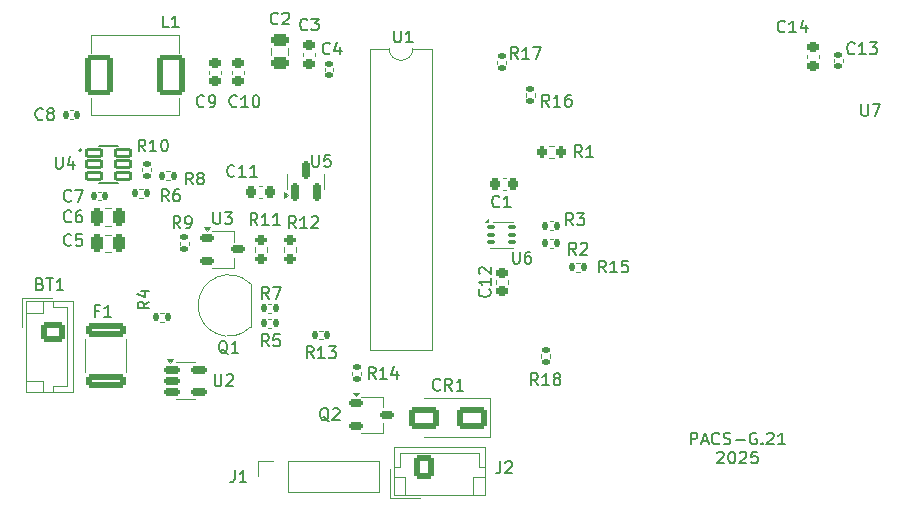
<source format=gto>
G04 #@! TF.GenerationSoftware,KiCad,Pcbnew,8.0.6*
G04 #@! TF.CreationDate,2025-02-13T22:05:00-07:00*
G04 #@! TF.ProjectId,PACS_1.0,50414353-5f31-42e3-902e-6b696361645f,rev?*
G04 #@! TF.SameCoordinates,Original*
G04 #@! TF.FileFunction,Legend,Top*
G04 #@! TF.FilePolarity,Positive*
%FSLAX46Y46*%
G04 Gerber Fmt 4.6, Leading zero omitted, Abs format (unit mm)*
G04 Created by KiCad (PCBNEW 8.0.6) date 2025-02-13 22:05:00*
%MOMM*%
%LPD*%
G01*
G04 APERTURE LIST*
G04 Aperture macros list*
%AMRoundRect*
0 Rectangle with rounded corners*
0 $1 Rounding radius*
0 $2 $3 $4 $5 $6 $7 $8 $9 X,Y pos of 4 corners*
0 Add a 4 corners polygon primitive as box body*
4,1,4,$2,$3,$4,$5,$6,$7,$8,$9,$2,$3,0*
0 Add four circle primitives for the rounded corners*
1,1,$1+$1,$2,$3*
1,1,$1+$1,$4,$5*
1,1,$1+$1,$6,$7*
1,1,$1+$1,$8,$9*
0 Add four rect primitives between the rounded corners*
20,1,$1+$1,$2,$3,$4,$5,0*
20,1,$1+$1,$4,$5,$6,$7,0*
20,1,$1+$1,$6,$7,$8,$9,0*
20,1,$1+$1,$8,$9,$2,$3,0*%
G04 Aperture macros list end*
%ADD10C,0.200000*%
%ADD11C,0.153000*%
%ADD12C,0.120000*%
%ADD13C,0.127000*%
%ADD14R,1.500000X1.050000*%
%ADD15O,1.500000X1.050000*%
%ADD16RoundRect,0.140000X-0.140000X-0.170000X0.140000X-0.170000X0.140000X0.170000X-0.140000X0.170000X0*%
%ADD17RoundRect,0.135000X-0.135000X-0.185000X0.135000X-0.185000X0.135000X0.185000X-0.135000X0.185000X0*%
%ADD18R,1.600000X1.600000*%
%ADD19O,1.600000X1.600000*%
%ADD20RoundRect,0.200000X0.200000X0.275000X-0.200000X0.275000X-0.200000X-0.275000X0.200000X-0.275000X0*%
%ADD21RoundRect,0.150000X0.150000X-0.587500X0.150000X0.587500X-0.150000X0.587500X-0.150000X-0.587500X0*%
%ADD22RoundRect,0.135000X-0.185000X0.135000X-0.185000X-0.135000X0.185000X-0.135000X0.185000X0.135000X0*%
%ADD23RoundRect,0.225000X0.250000X-0.225000X0.250000X0.225000X-0.250000X0.225000X-0.250000X-0.225000X0*%
%ADD24RoundRect,0.075000X-0.250000X-0.075000X0.250000X-0.075000X0.250000X0.075000X-0.250000X0.075000X0*%
%ADD25RoundRect,0.135000X0.135000X0.185000X-0.135000X0.185000X-0.135000X-0.185000X0.135000X-0.185000X0*%
%ADD26RoundRect,0.250000X-0.250000X-0.475000X0.250000X-0.475000X0.250000X0.475000X-0.250000X0.475000X0*%
%ADD27R,1.700000X1.700000*%
%ADD28O,1.700000X1.700000*%
%ADD29RoundRect,0.225000X-0.225000X-0.250000X0.225000X-0.250000X0.225000X0.250000X-0.225000X0.250000X0*%
%ADD30RoundRect,0.250000X-0.750000X0.600000X-0.750000X-0.600000X0.750000X-0.600000X0.750000X0.600000X0*%
%ADD31O,2.000000X1.700000*%
%ADD32RoundRect,0.162500X-0.447500X-0.162500X0.447500X-0.162500X0.447500X0.162500X-0.447500X0.162500X0*%
%ADD33RoundRect,0.140000X0.140000X0.170000X-0.140000X0.170000X-0.140000X-0.170000X0.140000X-0.170000X0*%
%ADD34RoundRect,0.225000X-0.250000X0.225000X-0.250000X-0.225000X0.250000X-0.225000X0.250000X0.225000X0*%
%ADD35RoundRect,0.250000X1.000000X0.650000X-1.000000X0.650000X-1.000000X-0.650000X1.000000X-0.650000X0*%
%ADD36RoundRect,0.099250X-0.627750X-0.297750X0.627750X-0.297750X0.627750X0.297750X-0.627750X0.297750X0*%
%ADD37RoundRect,0.250000X-1.450000X0.312500X-1.450000X-0.312500X1.450000X-0.312500X1.450000X0.312500X0*%
%ADD38RoundRect,0.200000X0.275000X-0.200000X0.275000X0.200000X-0.275000X0.200000X-0.275000X-0.200000X0*%
%ADD39RoundRect,0.135000X0.185000X-0.135000X0.185000X0.135000X-0.185000X0.135000X-0.185000X-0.135000X0*%
%ADD40RoundRect,0.140000X-0.170000X0.140000X-0.170000X-0.140000X0.170000X-0.140000X0.170000X0.140000X0*%
%ADD41RoundRect,0.140000X0.170000X-0.140000X0.170000X0.140000X-0.170000X0.140000X-0.170000X-0.140000X0*%
%ADD42RoundRect,0.250000X-0.600000X-0.750000X0.600000X-0.750000X0.600000X0.750000X-0.600000X0.750000X0*%
%ADD43O,1.700000X2.000000*%
%ADD44RoundRect,0.250000X0.475000X-0.250000X0.475000X0.250000X-0.475000X0.250000X-0.475000X-0.250000X0*%
%ADD45RoundRect,0.235000X-0.940000X-1.465000X0.940000X-1.465000X0.940000X1.465000X-0.940000X1.465000X0*%
%ADD46C,1.524000*%
%ADD47RoundRect,0.150000X-0.512500X-0.150000X0.512500X-0.150000X0.512500X0.150000X-0.512500X0.150000X0*%
G04 APERTURE END LIST*
D10*
X200023810Y-106507275D02*
X200023810Y-105507275D01*
X200023810Y-105507275D02*
X200404762Y-105507275D01*
X200404762Y-105507275D02*
X200500000Y-105554894D01*
X200500000Y-105554894D02*
X200547619Y-105602513D01*
X200547619Y-105602513D02*
X200595238Y-105697751D01*
X200595238Y-105697751D02*
X200595238Y-105840608D01*
X200595238Y-105840608D02*
X200547619Y-105935846D01*
X200547619Y-105935846D02*
X200500000Y-105983465D01*
X200500000Y-105983465D02*
X200404762Y-106031084D01*
X200404762Y-106031084D02*
X200023810Y-106031084D01*
X200976191Y-106221560D02*
X201452381Y-106221560D01*
X200880953Y-106507275D02*
X201214286Y-105507275D01*
X201214286Y-105507275D02*
X201547619Y-106507275D01*
X202452381Y-106412036D02*
X202404762Y-106459656D01*
X202404762Y-106459656D02*
X202261905Y-106507275D01*
X202261905Y-106507275D02*
X202166667Y-106507275D01*
X202166667Y-106507275D02*
X202023810Y-106459656D01*
X202023810Y-106459656D02*
X201928572Y-106364417D01*
X201928572Y-106364417D02*
X201880953Y-106269179D01*
X201880953Y-106269179D02*
X201833334Y-106078703D01*
X201833334Y-106078703D02*
X201833334Y-105935846D01*
X201833334Y-105935846D02*
X201880953Y-105745370D01*
X201880953Y-105745370D02*
X201928572Y-105650132D01*
X201928572Y-105650132D02*
X202023810Y-105554894D01*
X202023810Y-105554894D02*
X202166667Y-105507275D01*
X202166667Y-105507275D02*
X202261905Y-105507275D01*
X202261905Y-105507275D02*
X202404762Y-105554894D01*
X202404762Y-105554894D02*
X202452381Y-105602513D01*
X202833334Y-106459656D02*
X202976191Y-106507275D01*
X202976191Y-106507275D02*
X203214286Y-106507275D01*
X203214286Y-106507275D02*
X203309524Y-106459656D01*
X203309524Y-106459656D02*
X203357143Y-106412036D01*
X203357143Y-106412036D02*
X203404762Y-106316798D01*
X203404762Y-106316798D02*
X203404762Y-106221560D01*
X203404762Y-106221560D02*
X203357143Y-106126322D01*
X203357143Y-106126322D02*
X203309524Y-106078703D01*
X203309524Y-106078703D02*
X203214286Y-106031084D01*
X203214286Y-106031084D02*
X203023810Y-105983465D01*
X203023810Y-105983465D02*
X202928572Y-105935846D01*
X202928572Y-105935846D02*
X202880953Y-105888227D01*
X202880953Y-105888227D02*
X202833334Y-105792989D01*
X202833334Y-105792989D02*
X202833334Y-105697751D01*
X202833334Y-105697751D02*
X202880953Y-105602513D01*
X202880953Y-105602513D02*
X202928572Y-105554894D01*
X202928572Y-105554894D02*
X203023810Y-105507275D01*
X203023810Y-105507275D02*
X203261905Y-105507275D01*
X203261905Y-105507275D02*
X203404762Y-105554894D01*
X203833334Y-106126322D02*
X204595239Y-106126322D01*
X205595238Y-105554894D02*
X205500000Y-105507275D01*
X205500000Y-105507275D02*
X205357143Y-105507275D01*
X205357143Y-105507275D02*
X205214286Y-105554894D01*
X205214286Y-105554894D02*
X205119048Y-105650132D01*
X205119048Y-105650132D02*
X205071429Y-105745370D01*
X205071429Y-105745370D02*
X205023810Y-105935846D01*
X205023810Y-105935846D02*
X205023810Y-106078703D01*
X205023810Y-106078703D02*
X205071429Y-106269179D01*
X205071429Y-106269179D02*
X205119048Y-106364417D01*
X205119048Y-106364417D02*
X205214286Y-106459656D01*
X205214286Y-106459656D02*
X205357143Y-106507275D01*
X205357143Y-106507275D02*
X205452381Y-106507275D01*
X205452381Y-106507275D02*
X205595238Y-106459656D01*
X205595238Y-106459656D02*
X205642857Y-106412036D01*
X205642857Y-106412036D02*
X205642857Y-106078703D01*
X205642857Y-106078703D02*
X205452381Y-106078703D01*
X206071429Y-106412036D02*
X206119048Y-106459656D01*
X206119048Y-106459656D02*
X206071429Y-106507275D01*
X206071429Y-106507275D02*
X206023810Y-106459656D01*
X206023810Y-106459656D02*
X206071429Y-106412036D01*
X206071429Y-106412036D02*
X206071429Y-106507275D01*
X206500000Y-105602513D02*
X206547619Y-105554894D01*
X206547619Y-105554894D02*
X206642857Y-105507275D01*
X206642857Y-105507275D02*
X206880952Y-105507275D01*
X206880952Y-105507275D02*
X206976190Y-105554894D01*
X206976190Y-105554894D02*
X207023809Y-105602513D01*
X207023809Y-105602513D02*
X207071428Y-105697751D01*
X207071428Y-105697751D02*
X207071428Y-105792989D01*
X207071428Y-105792989D02*
X207023809Y-105935846D01*
X207023809Y-105935846D02*
X206452381Y-106507275D01*
X206452381Y-106507275D02*
X207071428Y-106507275D01*
X208023809Y-106507275D02*
X207452381Y-106507275D01*
X207738095Y-106507275D02*
X207738095Y-105507275D01*
X207738095Y-105507275D02*
X207642857Y-105650132D01*
X207642857Y-105650132D02*
X207547619Y-105745370D01*
X207547619Y-105745370D02*
X207452381Y-105792989D01*
X202285714Y-107212457D02*
X202333333Y-107164838D01*
X202333333Y-107164838D02*
X202428571Y-107117219D01*
X202428571Y-107117219D02*
X202666666Y-107117219D01*
X202666666Y-107117219D02*
X202761904Y-107164838D01*
X202761904Y-107164838D02*
X202809523Y-107212457D01*
X202809523Y-107212457D02*
X202857142Y-107307695D01*
X202857142Y-107307695D02*
X202857142Y-107402933D01*
X202857142Y-107402933D02*
X202809523Y-107545790D01*
X202809523Y-107545790D02*
X202238095Y-108117219D01*
X202238095Y-108117219D02*
X202857142Y-108117219D01*
X203476190Y-107117219D02*
X203571428Y-107117219D01*
X203571428Y-107117219D02*
X203666666Y-107164838D01*
X203666666Y-107164838D02*
X203714285Y-107212457D01*
X203714285Y-107212457D02*
X203761904Y-107307695D01*
X203761904Y-107307695D02*
X203809523Y-107498171D01*
X203809523Y-107498171D02*
X203809523Y-107736266D01*
X203809523Y-107736266D02*
X203761904Y-107926742D01*
X203761904Y-107926742D02*
X203714285Y-108021980D01*
X203714285Y-108021980D02*
X203666666Y-108069600D01*
X203666666Y-108069600D02*
X203571428Y-108117219D01*
X203571428Y-108117219D02*
X203476190Y-108117219D01*
X203476190Y-108117219D02*
X203380952Y-108069600D01*
X203380952Y-108069600D02*
X203333333Y-108021980D01*
X203333333Y-108021980D02*
X203285714Y-107926742D01*
X203285714Y-107926742D02*
X203238095Y-107736266D01*
X203238095Y-107736266D02*
X203238095Y-107498171D01*
X203238095Y-107498171D02*
X203285714Y-107307695D01*
X203285714Y-107307695D02*
X203333333Y-107212457D01*
X203333333Y-107212457D02*
X203380952Y-107164838D01*
X203380952Y-107164838D02*
X203476190Y-107117219D01*
X204190476Y-107212457D02*
X204238095Y-107164838D01*
X204238095Y-107164838D02*
X204333333Y-107117219D01*
X204333333Y-107117219D02*
X204571428Y-107117219D01*
X204571428Y-107117219D02*
X204666666Y-107164838D01*
X204666666Y-107164838D02*
X204714285Y-107212457D01*
X204714285Y-107212457D02*
X204761904Y-107307695D01*
X204761904Y-107307695D02*
X204761904Y-107402933D01*
X204761904Y-107402933D02*
X204714285Y-107545790D01*
X204714285Y-107545790D02*
X204142857Y-108117219D01*
X204142857Y-108117219D02*
X204761904Y-108117219D01*
X205666666Y-107117219D02*
X205190476Y-107117219D01*
X205190476Y-107117219D02*
X205142857Y-107593409D01*
X205142857Y-107593409D02*
X205190476Y-107545790D01*
X205190476Y-107545790D02*
X205285714Y-107498171D01*
X205285714Y-107498171D02*
X205523809Y-107498171D01*
X205523809Y-107498171D02*
X205619047Y-107545790D01*
X205619047Y-107545790D02*
X205666666Y-107593409D01*
X205666666Y-107593409D02*
X205714285Y-107688647D01*
X205714285Y-107688647D02*
X205714285Y-107926742D01*
X205714285Y-107926742D02*
X205666666Y-108021980D01*
X205666666Y-108021980D02*
X205619047Y-108069600D01*
X205619047Y-108069600D02*
X205523809Y-108117219D01*
X205523809Y-108117219D02*
X205285714Y-108117219D01*
X205285714Y-108117219D02*
X205190476Y-108069600D01*
X205190476Y-108069600D02*
X205142857Y-108021980D01*
D11*
X160829761Y-98839901D02*
X160734523Y-98792282D01*
X160734523Y-98792282D02*
X160639285Y-98697044D01*
X160639285Y-98697044D02*
X160496428Y-98554186D01*
X160496428Y-98554186D02*
X160401190Y-98506567D01*
X160401190Y-98506567D02*
X160305952Y-98506567D01*
X160353571Y-98744663D02*
X160258333Y-98697044D01*
X160258333Y-98697044D02*
X160163095Y-98601805D01*
X160163095Y-98601805D02*
X160115476Y-98411329D01*
X160115476Y-98411329D02*
X160115476Y-98077996D01*
X160115476Y-98077996D02*
X160163095Y-97887520D01*
X160163095Y-97887520D02*
X160258333Y-97792282D01*
X160258333Y-97792282D02*
X160353571Y-97744663D01*
X160353571Y-97744663D02*
X160544047Y-97744663D01*
X160544047Y-97744663D02*
X160639285Y-97792282D01*
X160639285Y-97792282D02*
X160734523Y-97887520D01*
X160734523Y-97887520D02*
X160782142Y-98077996D01*
X160782142Y-98077996D02*
X160782142Y-98411329D01*
X160782142Y-98411329D02*
X160734523Y-98601805D01*
X160734523Y-98601805D02*
X160639285Y-98697044D01*
X160639285Y-98697044D02*
X160544047Y-98744663D01*
X160544047Y-98744663D02*
X160353571Y-98744663D01*
X161734523Y-98744663D02*
X161163095Y-98744663D01*
X161448809Y-98744663D02*
X161448809Y-97744663D01*
X161448809Y-97744663D02*
X161353571Y-97887520D01*
X161353571Y-97887520D02*
X161258333Y-97982758D01*
X161258333Y-97982758D02*
X161163095Y-98030377D01*
X147583333Y-85859424D02*
X147535714Y-85907044D01*
X147535714Y-85907044D02*
X147392857Y-85954663D01*
X147392857Y-85954663D02*
X147297619Y-85954663D01*
X147297619Y-85954663D02*
X147154762Y-85907044D01*
X147154762Y-85907044D02*
X147059524Y-85811805D01*
X147059524Y-85811805D02*
X147011905Y-85716567D01*
X147011905Y-85716567D02*
X146964286Y-85526091D01*
X146964286Y-85526091D02*
X146964286Y-85383234D01*
X146964286Y-85383234D02*
X147011905Y-85192758D01*
X147011905Y-85192758D02*
X147059524Y-85097520D01*
X147059524Y-85097520D02*
X147154762Y-85002282D01*
X147154762Y-85002282D02*
X147297619Y-84954663D01*
X147297619Y-84954663D02*
X147392857Y-84954663D01*
X147392857Y-84954663D02*
X147535714Y-85002282D01*
X147535714Y-85002282D02*
X147583333Y-85049901D01*
X147916667Y-84954663D02*
X148583333Y-84954663D01*
X148583333Y-84954663D02*
X148154762Y-85954663D01*
X168107142Y-99204663D02*
X167773809Y-98728472D01*
X167535714Y-99204663D02*
X167535714Y-98204663D01*
X167535714Y-98204663D02*
X167916666Y-98204663D01*
X167916666Y-98204663D02*
X168011904Y-98252282D01*
X168011904Y-98252282D02*
X168059523Y-98299901D01*
X168059523Y-98299901D02*
X168107142Y-98395139D01*
X168107142Y-98395139D02*
X168107142Y-98537996D01*
X168107142Y-98537996D02*
X168059523Y-98633234D01*
X168059523Y-98633234D02*
X168011904Y-98680853D01*
X168011904Y-98680853D02*
X167916666Y-98728472D01*
X167916666Y-98728472D02*
X167535714Y-98728472D01*
X169059523Y-99204663D02*
X168488095Y-99204663D01*
X168773809Y-99204663D02*
X168773809Y-98204663D01*
X168773809Y-98204663D02*
X168678571Y-98347520D01*
X168678571Y-98347520D02*
X168583333Y-98442758D01*
X168583333Y-98442758D02*
X168488095Y-98490377D01*
X169392857Y-98204663D02*
X170011904Y-98204663D01*
X170011904Y-98204663D02*
X169678571Y-98585615D01*
X169678571Y-98585615D02*
X169821428Y-98585615D01*
X169821428Y-98585615D02*
X169916666Y-98633234D01*
X169916666Y-98633234D02*
X169964285Y-98680853D01*
X169964285Y-98680853D02*
X170011904Y-98776091D01*
X170011904Y-98776091D02*
X170011904Y-99014186D01*
X170011904Y-99014186D02*
X169964285Y-99109424D01*
X169964285Y-99109424D02*
X169916666Y-99157044D01*
X169916666Y-99157044D02*
X169821428Y-99204663D01*
X169821428Y-99204663D02*
X169535714Y-99204663D01*
X169535714Y-99204663D02*
X169440476Y-99157044D01*
X169440476Y-99157044D02*
X169392857Y-99109424D01*
X192857142Y-91954663D02*
X192523809Y-91478472D01*
X192285714Y-91954663D02*
X192285714Y-90954663D01*
X192285714Y-90954663D02*
X192666666Y-90954663D01*
X192666666Y-90954663D02*
X192761904Y-91002282D01*
X192761904Y-91002282D02*
X192809523Y-91049901D01*
X192809523Y-91049901D02*
X192857142Y-91145139D01*
X192857142Y-91145139D02*
X192857142Y-91287996D01*
X192857142Y-91287996D02*
X192809523Y-91383234D01*
X192809523Y-91383234D02*
X192761904Y-91430853D01*
X192761904Y-91430853D02*
X192666666Y-91478472D01*
X192666666Y-91478472D02*
X192285714Y-91478472D01*
X193809523Y-91954663D02*
X193238095Y-91954663D01*
X193523809Y-91954663D02*
X193523809Y-90954663D01*
X193523809Y-90954663D02*
X193428571Y-91097520D01*
X193428571Y-91097520D02*
X193333333Y-91192758D01*
X193333333Y-91192758D02*
X193238095Y-91240377D01*
X194714285Y-90954663D02*
X194238095Y-90954663D01*
X194238095Y-90954663D02*
X194190476Y-91430853D01*
X194190476Y-91430853D02*
X194238095Y-91383234D01*
X194238095Y-91383234D02*
X194333333Y-91335615D01*
X194333333Y-91335615D02*
X194571428Y-91335615D01*
X194571428Y-91335615D02*
X194666666Y-91383234D01*
X194666666Y-91383234D02*
X194714285Y-91430853D01*
X194714285Y-91430853D02*
X194761904Y-91526091D01*
X194761904Y-91526091D02*
X194761904Y-91764186D01*
X194761904Y-91764186D02*
X194714285Y-91859424D01*
X194714285Y-91859424D02*
X194666666Y-91907044D01*
X194666666Y-91907044D02*
X194571428Y-91954663D01*
X194571428Y-91954663D02*
X194333333Y-91954663D01*
X194333333Y-91954663D02*
X194238095Y-91907044D01*
X194238095Y-91907044D02*
X194190476Y-91859424D01*
X174938095Y-71479663D02*
X174938095Y-72289186D01*
X174938095Y-72289186D02*
X174985714Y-72384424D01*
X174985714Y-72384424D02*
X175033333Y-72432044D01*
X175033333Y-72432044D02*
X175128571Y-72479663D01*
X175128571Y-72479663D02*
X175319047Y-72479663D01*
X175319047Y-72479663D02*
X175414285Y-72432044D01*
X175414285Y-72432044D02*
X175461904Y-72384424D01*
X175461904Y-72384424D02*
X175509523Y-72289186D01*
X175509523Y-72289186D02*
X175509523Y-71479663D01*
X176509523Y-72479663D02*
X175938095Y-72479663D01*
X176223809Y-72479663D02*
X176223809Y-71479663D01*
X176223809Y-71479663D02*
X176128571Y-71622520D01*
X176128571Y-71622520D02*
X176033333Y-71717758D01*
X176033333Y-71717758D02*
X175938095Y-71765377D01*
X190833333Y-82204663D02*
X190500000Y-81728472D01*
X190261905Y-82204663D02*
X190261905Y-81204663D01*
X190261905Y-81204663D02*
X190642857Y-81204663D01*
X190642857Y-81204663D02*
X190738095Y-81252282D01*
X190738095Y-81252282D02*
X190785714Y-81299901D01*
X190785714Y-81299901D02*
X190833333Y-81395139D01*
X190833333Y-81395139D02*
X190833333Y-81537996D01*
X190833333Y-81537996D02*
X190785714Y-81633234D01*
X190785714Y-81633234D02*
X190738095Y-81680853D01*
X190738095Y-81680853D02*
X190642857Y-81728472D01*
X190642857Y-81728472D02*
X190261905Y-81728472D01*
X191785714Y-82204663D02*
X191214286Y-82204663D01*
X191500000Y-82204663D02*
X191500000Y-81204663D01*
X191500000Y-81204663D02*
X191404762Y-81347520D01*
X191404762Y-81347520D02*
X191309524Y-81442758D01*
X191309524Y-81442758D02*
X191214286Y-81490377D01*
X167988095Y-82004663D02*
X167988095Y-82814186D01*
X167988095Y-82814186D02*
X168035714Y-82909424D01*
X168035714Y-82909424D02*
X168083333Y-82957044D01*
X168083333Y-82957044D02*
X168178571Y-83004663D01*
X168178571Y-83004663D02*
X168369047Y-83004663D01*
X168369047Y-83004663D02*
X168464285Y-82957044D01*
X168464285Y-82957044D02*
X168511904Y-82909424D01*
X168511904Y-82909424D02*
X168559523Y-82814186D01*
X168559523Y-82814186D02*
X168559523Y-82004663D01*
X169511904Y-82004663D02*
X169035714Y-82004663D01*
X169035714Y-82004663D02*
X168988095Y-82480853D01*
X168988095Y-82480853D02*
X169035714Y-82433234D01*
X169035714Y-82433234D02*
X169130952Y-82385615D01*
X169130952Y-82385615D02*
X169369047Y-82385615D01*
X169369047Y-82385615D02*
X169464285Y-82433234D01*
X169464285Y-82433234D02*
X169511904Y-82480853D01*
X169511904Y-82480853D02*
X169559523Y-82576091D01*
X169559523Y-82576091D02*
X169559523Y-82814186D01*
X169559523Y-82814186D02*
X169511904Y-82909424D01*
X169511904Y-82909424D02*
X169464285Y-82957044D01*
X169464285Y-82957044D02*
X169369047Y-83004663D01*
X169369047Y-83004663D02*
X169130952Y-83004663D01*
X169130952Y-83004663D02*
X169035714Y-82957044D01*
X169035714Y-82957044D02*
X168988095Y-82909424D01*
X173357142Y-100954663D02*
X173023809Y-100478472D01*
X172785714Y-100954663D02*
X172785714Y-99954663D01*
X172785714Y-99954663D02*
X173166666Y-99954663D01*
X173166666Y-99954663D02*
X173261904Y-100002282D01*
X173261904Y-100002282D02*
X173309523Y-100049901D01*
X173309523Y-100049901D02*
X173357142Y-100145139D01*
X173357142Y-100145139D02*
X173357142Y-100287996D01*
X173357142Y-100287996D02*
X173309523Y-100383234D01*
X173309523Y-100383234D02*
X173261904Y-100430853D01*
X173261904Y-100430853D02*
X173166666Y-100478472D01*
X173166666Y-100478472D02*
X172785714Y-100478472D01*
X174309523Y-100954663D02*
X173738095Y-100954663D01*
X174023809Y-100954663D02*
X174023809Y-99954663D01*
X174023809Y-99954663D02*
X173928571Y-100097520D01*
X173928571Y-100097520D02*
X173833333Y-100192758D01*
X173833333Y-100192758D02*
X173738095Y-100240377D01*
X175166666Y-100287996D02*
X175166666Y-100954663D01*
X174928571Y-99907044D02*
X174690476Y-100621329D01*
X174690476Y-100621329D02*
X175309523Y-100621329D01*
X167583333Y-71359424D02*
X167535714Y-71407044D01*
X167535714Y-71407044D02*
X167392857Y-71454663D01*
X167392857Y-71454663D02*
X167297619Y-71454663D01*
X167297619Y-71454663D02*
X167154762Y-71407044D01*
X167154762Y-71407044D02*
X167059524Y-71311805D01*
X167059524Y-71311805D02*
X167011905Y-71216567D01*
X167011905Y-71216567D02*
X166964286Y-71026091D01*
X166964286Y-71026091D02*
X166964286Y-70883234D01*
X166964286Y-70883234D02*
X167011905Y-70692758D01*
X167011905Y-70692758D02*
X167059524Y-70597520D01*
X167059524Y-70597520D02*
X167154762Y-70502282D01*
X167154762Y-70502282D02*
X167297619Y-70454663D01*
X167297619Y-70454663D02*
X167392857Y-70454663D01*
X167392857Y-70454663D02*
X167535714Y-70502282D01*
X167535714Y-70502282D02*
X167583333Y-70549901D01*
X167916667Y-70454663D02*
X168535714Y-70454663D01*
X168535714Y-70454663D02*
X168202381Y-70835615D01*
X168202381Y-70835615D02*
X168345238Y-70835615D01*
X168345238Y-70835615D02*
X168440476Y-70883234D01*
X168440476Y-70883234D02*
X168488095Y-70930853D01*
X168488095Y-70930853D02*
X168535714Y-71026091D01*
X168535714Y-71026091D02*
X168535714Y-71264186D01*
X168535714Y-71264186D02*
X168488095Y-71359424D01*
X168488095Y-71359424D02*
X168440476Y-71407044D01*
X168440476Y-71407044D02*
X168345238Y-71454663D01*
X168345238Y-71454663D02*
X168059524Y-71454663D01*
X168059524Y-71454663D02*
X167964286Y-71407044D01*
X167964286Y-71407044D02*
X167916667Y-71359424D01*
X184988095Y-90204663D02*
X184988095Y-91014186D01*
X184988095Y-91014186D02*
X185035714Y-91109424D01*
X185035714Y-91109424D02*
X185083333Y-91157044D01*
X185083333Y-91157044D02*
X185178571Y-91204663D01*
X185178571Y-91204663D02*
X185369047Y-91204663D01*
X185369047Y-91204663D02*
X185464285Y-91157044D01*
X185464285Y-91157044D02*
X185511904Y-91109424D01*
X185511904Y-91109424D02*
X185559523Y-91014186D01*
X185559523Y-91014186D02*
X185559523Y-90204663D01*
X186464285Y-90204663D02*
X186273809Y-90204663D01*
X186273809Y-90204663D02*
X186178571Y-90252282D01*
X186178571Y-90252282D02*
X186130952Y-90299901D01*
X186130952Y-90299901D02*
X186035714Y-90442758D01*
X186035714Y-90442758D02*
X185988095Y-90633234D01*
X185988095Y-90633234D02*
X185988095Y-91014186D01*
X185988095Y-91014186D02*
X186035714Y-91109424D01*
X186035714Y-91109424D02*
X186083333Y-91157044D01*
X186083333Y-91157044D02*
X186178571Y-91204663D01*
X186178571Y-91204663D02*
X186369047Y-91204663D01*
X186369047Y-91204663D02*
X186464285Y-91157044D01*
X186464285Y-91157044D02*
X186511904Y-91109424D01*
X186511904Y-91109424D02*
X186559523Y-91014186D01*
X186559523Y-91014186D02*
X186559523Y-90776091D01*
X186559523Y-90776091D02*
X186511904Y-90680853D01*
X186511904Y-90680853D02*
X186464285Y-90633234D01*
X186464285Y-90633234D02*
X186369047Y-90585615D01*
X186369047Y-90585615D02*
X186178571Y-90585615D01*
X186178571Y-90585615D02*
X186083333Y-90633234D01*
X186083333Y-90633234D02*
X186035714Y-90680853D01*
X186035714Y-90680853D02*
X185988095Y-90776091D01*
X155833333Y-85929663D02*
X155500000Y-85453472D01*
X155261905Y-85929663D02*
X155261905Y-84929663D01*
X155261905Y-84929663D02*
X155642857Y-84929663D01*
X155642857Y-84929663D02*
X155738095Y-84977282D01*
X155738095Y-84977282D02*
X155785714Y-85024901D01*
X155785714Y-85024901D02*
X155833333Y-85120139D01*
X155833333Y-85120139D02*
X155833333Y-85262996D01*
X155833333Y-85262996D02*
X155785714Y-85358234D01*
X155785714Y-85358234D02*
X155738095Y-85405853D01*
X155738095Y-85405853D02*
X155642857Y-85453472D01*
X155642857Y-85453472D02*
X155261905Y-85453472D01*
X156690476Y-84929663D02*
X156500000Y-84929663D01*
X156500000Y-84929663D02*
X156404762Y-84977282D01*
X156404762Y-84977282D02*
X156357143Y-85024901D01*
X156357143Y-85024901D02*
X156261905Y-85167758D01*
X156261905Y-85167758D02*
X156214286Y-85358234D01*
X156214286Y-85358234D02*
X156214286Y-85739186D01*
X156214286Y-85739186D02*
X156261905Y-85834424D01*
X156261905Y-85834424D02*
X156309524Y-85882044D01*
X156309524Y-85882044D02*
X156404762Y-85929663D01*
X156404762Y-85929663D02*
X156595238Y-85929663D01*
X156595238Y-85929663D02*
X156690476Y-85882044D01*
X156690476Y-85882044D02*
X156738095Y-85834424D01*
X156738095Y-85834424D02*
X156785714Y-85739186D01*
X156785714Y-85739186D02*
X156785714Y-85501091D01*
X156785714Y-85501091D02*
X156738095Y-85405853D01*
X156738095Y-85405853D02*
X156690476Y-85358234D01*
X156690476Y-85358234D02*
X156595238Y-85310615D01*
X156595238Y-85310615D02*
X156404762Y-85310615D01*
X156404762Y-85310615D02*
X156309524Y-85358234D01*
X156309524Y-85358234D02*
X156261905Y-85405853D01*
X156261905Y-85405853D02*
X156214286Y-85501091D01*
X147583333Y-87609424D02*
X147535714Y-87657044D01*
X147535714Y-87657044D02*
X147392857Y-87704663D01*
X147392857Y-87704663D02*
X147297619Y-87704663D01*
X147297619Y-87704663D02*
X147154762Y-87657044D01*
X147154762Y-87657044D02*
X147059524Y-87561805D01*
X147059524Y-87561805D02*
X147011905Y-87466567D01*
X147011905Y-87466567D02*
X146964286Y-87276091D01*
X146964286Y-87276091D02*
X146964286Y-87133234D01*
X146964286Y-87133234D02*
X147011905Y-86942758D01*
X147011905Y-86942758D02*
X147059524Y-86847520D01*
X147059524Y-86847520D02*
X147154762Y-86752282D01*
X147154762Y-86752282D02*
X147297619Y-86704663D01*
X147297619Y-86704663D02*
X147392857Y-86704663D01*
X147392857Y-86704663D02*
X147535714Y-86752282D01*
X147535714Y-86752282D02*
X147583333Y-86799901D01*
X148440476Y-86704663D02*
X148250000Y-86704663D01*
X148250000Y-86704663D02*
X148154762Y-86752282D01*
X148154762Y-86752282D02*
X148107143Y-86799901D01*
X148107143Y-86799901D02*
X148011905Y-86942758D01*
X148011905Y-86942758D02*
X147964286Y-87133234D01*
X147964286Y-87133234D02*
X147964286Y-87514186D01*
X147964286Y-87514186D02*
X148011905Y-87609424D01*
X148011905Y-87609424D02*
X148059524Y-87657044D01*
X148059524Y-87657044D02*
X148154762Y-87704663D01*
X148154762Y-87704663D02*
X148345238Y-87704663D01*
X148345238Y-87704663D02*
X148440476Y-87657044D01*
X148440476Y-87657044D02*
X148488095Y-87609424D01*
X148488095Y-87609424D02*
X148535714Y-87514186D01*
X148535714Y-87514186D02*
X148535714Y-87276091D01*
X148535714Y-87276091D02*
X148488095Y-87180853D01*
X148488095Y-87180853D02*
X148440476Y-87133234D01*
X148440476Y-87133234D02*
X148345238Y-87085615D01*
X148345238Y-87085615D02*
X148154762Y-87085615D01*
X148154762Y-87085615D02*
X148059524Y-87133234D01*
X148059524Y-87133234D02*
X148011905Y-87180853D01*
X148011905Y-87180853D02*
X147964286Y-87276091D01*
X161416666Y-108704663D02*
X161416666Y-109418948D01*
X161416666Y-109418948D02*
X161369047Y-109561805D01*
X161369047Y-109561805D02*
X161273809Y-109657044D01*
X161273809Y-109657044D02*
X161130952Y-109704663D01*
X161130952Y-109704663D02*
X161035714Y-109704663D01*
X162416666Y-109704663D02*
X161845238Y-109704663D01*
X162130952Y-109704663D02*
X162130952Y-108704663D01*
X162130952Y-108704663D02*
X162035714Y-108847520D01*
X162035714Y-108847520D02*
X161940476Y-108942758D01*
X161940476Y-108942758D02*
X161845238Y-108990377D01*
X185407142Y-73879663D02*
X185073809Y-73403472D01*
X184835714Y-73879663D02*
X184835714Y-72879663D01*
X184835714Y-72879663D02*
X185216666Y-72879663D01*
X185216666Y-72879663D02*
X185311904Y-72927282D01*
X185311904Y-72927282D02*
X185359523Y-72974901D01*
X185359523Y-72974901D02*
X185407142Y-73070139D01*
X185407142Y-73070139D02*
X185407142Y-73212996D01*
X185407142Y-73212996D02*
X185359523Y-73308234D01*
X185359523Y-73308234D02*
X185311904Y-73355853D01*
X185311904Y-73355853D02*
X185216666Y-73403472D01*
X185216666Y-73403472D02*
X184835714Y-73403472D01*
X186359523Y-73879663D02*
X185788095Y-73879663D01*
X186073809Y-73879663D02*
X186073809Y-72879663D01*
X186073809Y-72879663D02*
X185978571Y-73022520D01*
X185978571Y-73022520D02*
X185883333Y-73117758D01*
X185883333Y-73117758D02*
X185788095Y-73165377D01*
X186692857Y-72879663D02*
X187359523Y-72879663D01*
X187359523Y-72879663D02*
X186930952Y-73879663D01*
X183833333Y-86359424D02*
X183785714Y-86407044D01*
X183785714Y-86407044D02*
X183642857Y-86454663D01*
X183642857Y-86454663D02*
X183547619Y-86454663D01*
X183547619Y-86454663D02*
X183404762Y-86407044D01*
X183404762Y-86407044D02*
X183309524Y-86311805D01*
X183309524Y-86311805D02*
X183261905Y-86216567D01*
X183261905Y-86216567D02*
X183214286Y-86026091D01*
X183214286Y-86026091D02*
X183214286Y-85883234D01*
X183214286Y-85883234D02*
X183261905Y-85692758D01*
X183261905Y-85692758D02*
X183309524Y-85597520D01*
X183309524Y-85597520D02*
X183404762Y-85502282D01*
X183404762Y-85502282D02*
X183547619Y-85454663D01*
X183547619Y-85454663D02*
X183642857Y-85454663D01*
X183642857Y-85454663D02*
X183785714Y-85502282D01*
X183785714Y-85502282D02*
X183833333Y-85549901D01*
X184785714Y-86454663D02*
X184214286Y-86454663D01*
X184500000Y-86454663D02*
X184500000Y-85454663D01*
X184500000Y-85454663D02*
X184404762Y-85597520D01*
X184404762Y-85597520D02*
X184309524Y-85692758D01*
X184309524Y-85692758D02*
X184214286Y-85740377D01*
X161407142Y-83759424D02*
X161359523Y-83807044D01*
X161359523Y-83807044D02*
X161216666Y-83854663D01*
X161216666Y-83854663D02*
X161121428Y-83854663D01*
X161121428Y-83854663D02*
X160978571Y-83807044D01*
X160978571Y-83807044D02*
X160883333Y-83711805D01*
X160883333Y-83711805D02*
X160835714Y-83616567D01*
X160835714Y-83616567D02*
X160788095Y-83426091D01*
X160788095Y-83426091D02*
X160788095Y-83283234D01*
X160788095Y-83283234D02*
X160835714Y-83092758D01*
X160835714Y-83092758D02*
X160883333Y-82997520D01*
X160883333Y-82997520D02*
X160978571Y-82902282D01*
X160978571Y-82902282D02*
X161121428Y-82854663D01*
X161121428Y-82854663D02*
X161216666Y-82854663D01*
X161216666Y-82854663D02*
X161359523Y-82902282D01*
X161359523Y-82902282D02*
X161407142Y-82949901D01*
X162359523Y-83854663D02*
X161788095Y-83854663D01*
X162073809Y-83854663D02*
X162073809Y-82854663D01*
X162073809Y-82854663D02*
X161978571Y-82997520D01*
X161978571Y-82997520D02*
X161883333Y-83092758D01*
X161883333Y-83092758D02*
X161788095Y-83140377D01*
X163311904Y-83854663D02*
X162740476Y-83854663D01*
X163026190Y-83854663D02*
X163026190Y-82854663D01*
X163026190Y-82854663D02*
X162930952Y-82997520D01*
X162930952Y-82997520D02*
X162835714Y-83092758D01*
X162835714Y-83092758D02*
X162740476Y-83140377D01*
X154204663Y-94416666D02*
X153728472Y-94749999D01*
X154204663Y-94988094D02*
X153204663Y-94988094D01*
X153204663Y-94988094D02*
X153204663Y-94607142D01*
X153204663Y-94607142D02*
X153252282Y-94511904D01*
X153252282Y-94511904D02*
X153299901Y-94464285D01*
X153299901Y-94464285D02*
X153395139Y-94416666D01*
X153395139Y-94416666D02*
X153537996Y-94416666D01*
X153537996Y-94416666D02*
X153633234Y-94464285D01*
X153633234Y-94464285D02*
X153680853Y-94511904D01*
X153680853Y-94511904D02*
X153728472Y-94607142D01*
X153728472Y-94607142D02*
X153728472Y-94988094D01*
X153537996Y-93559523D02*
X154204663Y-93559523D01*
X153157044Y-93797618D02*
X153871329Y-94035713D01*
X153871329Y-94035713D02*
X153871329Y-93416666D01*
X144964285Y-92930853D02*
X145107142Y-92978472D01*
X145107142Y-92978472D02*
X145154761Y-93026091D01*
X145154761Y-93026091D02*
X145202380Y-93121329D01*
X145202380Y-93121329D02*
X145202380Y-93264186D01*
X145202380Y-93264186D02*
X145154761Y-93359424D01*
X145154761Y-93359424D02*
X145107142Y-93407044D01*
X145107142Y-93407044D02*
X145011904Y-93454663D01*
X145011904Y-93454663D02*
X144630952Y-93454663D01*
X144630952Y-93454663D02*
X144630952Y-92454663D01*
X144630952Y-92454663D02*
X144964285Y-92454663D01*
X144964285Y-92454663D02*
X145059523Y-92502282D01*
X145059523Y-92502282D02*
X145107142Y-92549901D01*
X145107142Y-92549901D02*
X145154761Y-92645139D01*
X145154761Y-92645139D02*
X145154761Y-92740377D01*
X145154761Y-92740377D02*
X145107142Y-92835615D01*
X145107142Y-92835615D02*
X145059523Y-92883234D01*
X145059523Y-92883234D02*
X144964285Y-92930853D01*
X144964285Y-92930853D02*
X144630952Y-92930853D01*
X145488095Y-92454663D02*
X146059523Y-92454663D01*
X145773809Y-93454663D02*
X145773809Y-92454663D01*
X146916666Y-93454663D02*
X146345238Y-93454663D01*
X146630952Y-93454663D02*
X146630952Y-92454663D01*
X146630952Y-92454663D02*
X146535714Y-92597520D01*
X146535714Y-92597520D02*
X146440476Y-92692758D01*
X146440476Y-92692758D02*
X146345238Y-92740377D01*
X159628095Y-86854663D02*
X159628095Y-87664186D01*
X159628095Y-87664186D02*
X159675714Y-87759424D01*
X159675714Y-87759424D02*
X159723333Y-87807044D01*
X159723333Y-87807044D02*
X159818571Y-87854663D01*
X159818571Y-87854663D02*
X160009047Y-87854663D01*
X160009047Y-87854663D02*
X160104285Y-87807044D01*
X160104285Y-87807044D02*
X160151904Y-87759424D01*
X160151904Y-87759424D02*
X160199523Y-87664186D01*
X160199523Y-87664186D02*
X160199523Y-86854663D01*
X160580476Y-86854663D02*
X161199523Y-86854663D01*
X161199523Y-86854663D02*
X160866190Y-87235615D01*
X160866190Y-87235615D02*
X161009047Y-87235615D01*
X161009047Y-87235615D02*
X161104285Y-87283234D01*
X161104285Y-87283234D02*
X161151904Y-87330853D01*
X161151904Y-87330853D02*
X161199523Y-87426091D01*
X161199523Y-87426091D02*
X161199523Y-87664186D01*
X161199523Y-87664186D02*
X161151904Y-87759424D01*
X161151904Y-87759424D02*
X161104285Y-87807044D01*
X161104285Y-87807044D02*
X161009047Y-87854663D01*
X161009047Y-87854663D02*
X160723333Y-87854663D01*
X160723333Y-87854663D02*
X160628095Y-87807044D01*
X160628095Y-87807044D02*
X160580476Y-87759424D01*
X145183333Y-78959424D02*
X145135714Y-79007044D01*
X145135714Y-79007044D02*
X144992857Y-79054663D01*
X144992857Y-79054663D02*
X144897619Y-79054663D01*
X144897619Y-79054663D02*
X144754762Y-79007044D01*
X144754762Y-79007044D02*
X144659524Y-78911805D01*
X144659524Y-78911805D02*
X144611905Y-78816567D01*
X144611905Y-78816567D02*
X144564286Y-78626091D01*
X144564286Y-78626091D02*
X144564286Y-78483234D01*
X144564286Y-78483234D02*
X144611905Y-78292758D01*
X144611905Y-78292758D02*
X144659524Y-78197520D01*
X144659524Y-78197520D02*
X144754762Y-78102282D01*
X144754762Y-78102282D02*
X144897619Y-78054663D01*
X144897619Y-78054663D02*
X144992857Y-78054663D01*
X144992857Y-78054663D02*
X145135714Y-78102282D01*
X145135714Y-78102282D02*
X145183333Y-78149901D01*
X145754762Y-78483234D02*
X145659524Y-78435615D01*
X145659524Y-78435615D02*
X145611905Y-78387996D01*
X145611905Y-78387996D02*
X145564286Y-78292758D01*
X145564286Y-78292758D02*
X145564286Y-78245139D01*
X145564286Y-78245139D02*
X145611905Y-78149901D01*
X145611905Y-78149901D02*
X145659524Y-78102282D01*
X145659524Y-78102282D02*
X145754762Y-78054663D01*
X145754762Y-78054663D02*
X145945238Y-78054663D01*
X145945238Y-78054663D02*
X146040476Y-78102282D01*
X146040476Y-78102282D02*
X146088095Y-78149901D01*
X146088095Y-78149901D02*
X146135714Y-78245139D01*
X146135714Y-78245139D02*
X146135714Y-78292758D01*
X146135714Y-78292758D02*
X146088095Y-78387996D01*
X146088095Y-78387996D02*
X146040476Y-78435615D01*
X146040476Y-78435615D02*
X145945238Y-78483234D01*
X145945238Y-78483234D02*
X145754762Y-78483234D01*
X145754762Y-78483234D02*
X145659524Y-78530853D01*
X145659524Y-78530853D02*
X145611905Y-78578472D01*
X145611905Y-78578472D02*
X145564286Y-78673710D01*
X145564286Y-78673710D02*
X145564286Y-78864186D01*
X145564286Y-78864186D02*
X145611905Y-78959424D01*
X145611905Y-78959424D02*
X145659524Y-79007044D01*
X145659524Y-79007044D02*
X145754762Y-79054663D01*
X145754762Y-79054663D02*
X145945238Y-79054663D01*
X145945238Y-79054663D02*
X146040476Y-79007044D01*
X146040476Y-79007044D02*
X146088095Y-78959424D01*
X146088095Y-78959424D02*
X146135714Y-78864186D01*
X146135714Y-78864186D02*
X146135714Y-78673710D01*
X146135714Y-78673710D02*
X146088095Y-78578472D01*
X146088095Y-78578472D02*
X146040476Y-78530853D01*
X146040476Y-78530853D02*
X145945238Y-78483234D01*
X182999424Y-93392857D02*
X183047044Y-93440476D01*
X183047044Y-93440476D02*
X183094663Y-93583333D01*
X183094663Y-93583333D02*
X183094663Y-93678571D01*
X183094663Y-93678571D02*
X183047044Y-93821428D01*
X183047044Y-93821428D02*
X182951805Y-93916666D01*
X182951805Y-93916666D02*
X182856567Y-93964285D01*
X182856567Y-93964285D02*
X182666091Y-94011904D01*
X182666091Y-94011904D02*
X182523234Y-94011904D01*
X182523234Y-94011904D02*
X182332758Y-93964285D01*
X182332758Y-93964285D02*
X182237520Y-93916666D01*
X182237520Y-93916666D02*
X182142282Y-93821428D01*
X182142282Y-93821428D02*
X182094663Y-93678571D01*
X182094663Y-93678571D02*
X182094663Y-93583333D01*
X182094663Y-93583333D02*
X182142282Y-93440476D01*
X182142282Y-93440476D02*
X182189901Y-93392857D01*
X183094663Y-92440476D02*
X183094663Y-93011904D01*
X183094663Y-92726190D02*
X182094663Y-92726190D01*
X182094663Y-92726190D02*
X182237520Y-92821428D01*
X182237520Y-92821428D02*
X182332758Y-92916666D01*
X182332758Y-92916666D02*
X182380377Y-93011904D01*
X182189901Y-92059523D02*
X182142282Y-92011904D01*
X182142282Y-92011904D02*
X182094663Y-91916666D01*
X182094663Y-91916666D02*
X182094663Y-91678571D01*
X182094663Y-91678571D02*
X182142282Y-91583333D01*
X182142282Y-91583333D02*
X182189901Y-91535714D01*
X182189901Y-91535714D02*
X182285139Y-91488095D01*
X182285139Y-91488095D02*
X182380377Y-91488095D01*
X182380377Y-91488095D02*
X182523234Y-91535714D01*
X182523234Y-91535714D02*
X183094663Y-92107142D01*
X183094663Y-92107142D02*
X183094663Y-91488095D01*
X187107142Y-101504663D02*
X186773809Y-101028472D01*
X186535714Y-101504663D02*
X186535714Y-100504663D01*
X186535714Y-100504663D02*
X186916666Y-100504663D01*
X186916666Y-100504663D02*
X187011904Y-100552282D01*
X187011904Y-100552282D02*
X187059523Y-100599901D01*
X187059523Y-100599901D02*
X187107142Y-100695139D01*
X187107142Y-100695139D02*
X187107142Y-100837996D01*
X187107142Y-100837996D02*
X187059523Y-100933234D01*
X187059523Y-100933234D02*
X187011904Y-100980853D01*
X187011904Y-100980853D02*
X186916666Y-101028472D01*
X186916666Y-101028472D02*
X186535714Y-101028472D01*
X188059523Y-101504663D02*
X187488095Y-101504663D01*
X187773809Y-101504663D02*
X187773809Y-100504663D01*
X187773809Y-100504663D02*
X187678571Y-100647520D01*
X187678571Y-100647520D02*
X187583333Y-100742758D01*
X187583333Y-100742758D02*
X187488095Y-100790377D01*
X188630952Y-100933234D02*
X188535714Y-100885615D01*
X188535714Y-100885615D02*
X188488095Y-100837996D01*
X188488095Y-100837996D02*
X188440476Y-100742758D01*
X188440476Y-100742758D02*
X188440476Y-100695139D01*
X188440476Y-100695139D02*
X188488095Y-100599901D01*
X188488095Y-100599901D02*
X188535714Y-100552282D01*
X188535714Y-100552282D02*
X188630952Y-100504663D01*
X188630952Y-100504663D02*
X188821428Y-100504663D01*
X188821428Y-100504663D02*
X188916666Y-100552282D01*
X188916666Y-100552282D02*
X188964285Y-100599901D01*
X188964285Y-100599901D02*
X189011904Y-100695139D01*
X189011904Y-100695139D02*
X189011904Y-100742758D01*
X189011904Y-100742758D02*
X188964285Y-100837996D01*
X188964285Y-100837996D02*
X188916666Y-100885615D01*
X188916666Y-100885615D02*
X188821428Y-100933234D01*
X188821428Y-100933234D02*
X188630952Y-100933234D01*
X188630952Y-100933234D02*
X188535714Y-100980853D01*
X188535714Y-100980853D02*
X188488095Y-101028472D01*
X188488095Y-101028472D02*
X188440476Y-101123710D01*
X188440476Y-101123710D02*
X188440476Y-101314186D01*
X188440476Y-101314186D02*
X188488095Y-101409424D01*
X188488095Y-101409424D02*
X188535714Y-101457044D01*
X188535714Y-101457044D02*
X188630952Y-101504663D01*
X188630952Y-101504663D02*
X188821428Y-101504663D01*
X188821428Y-101504663D02*
X188916666Y-101457044D01*
X188916666Y-101457044D02*
X188964285Y-101409424D01*
X188964285Y-101409424D02*
X189011904Y-101314186D01*
X189011904Y-101314186D02*
X189011904Y-101123710D01*
X189011904Y-101123710D02*
X188964285Y-101028472D01*
X188964285Y-101028472D02*
X188916666Y-100980853D01*
X188916666Y-100980853D02*
X188821428Y-100933234D01*
X161607142Y-77859424D02*
X161559523Y-77907044D01*
X161559523Y-77907044D02*
X161416666Y-77954663D01*
X161416666Y-77954663D02*
X161321428Y-77954663D01*
X161321428Y-77954663D02*
X161178571Y-77907044D01*
X161178571Y-77907044D02*
X161083333Y-77811805D01*
X161083333Y-77811805D02*
X161035714Y-77716567D01*
X161035714Y-77716567D02*
X160988095Y-77526091D01*
X160988095Y-77526091D02*
X160988095Y-77383234D01*
X160988095Y-77383234D02*
X161035714Y-77192758D01*
X161035714Y-77192758D02*
X161083333Y-77097520D01*
X161083333Y-77097520D02*
X161178571Y-77002282D01*
X161178571Y-77002282D02*
X161321428Y-76954663D01*
X161321428Y-76954663D02*
X161416666Y-76954663D01*
X161416666Y-76954663D02*
X161559523Y-77002282D01*
X161559523Y-77002282D02*
X161607142Y-77049901D01*
X162559523Y-77954663D02*
X161988095Y-77954663D01*
X162273809Y-77954663D02*
X162273809Y-76954663D01*
X162273809Y-76954663D02*
X162178571Y-77097520D01*
X162178571Y-77097520D02*
X162083333Y-77192758D01*
X162083333Y-77192758D02*
X161988095Y-77240377D01*
X163178571Y-76954663D02*
X163273809Y-76954663D01*
X163273809Y-76954663D02*
X163369047Y-77002282D01*
X163369047Y-77002282D02*
X163416666Y-77049901D01*
X163416666Y-77049901D02*
X163464285Y-77145139D01*
X163464285Y-77145139D02*
X163511904Y-77335615D01*
X163511904Y-77335615D02*
X163511904Y-77573710D01*
X163511904Y-77573710D02*
X163464285Y-77764186D01*
X163464285Y-77764186D02*
X163416666Y-77859424D01*
X163416666Y-77859424D02*
X163369047Y-77907044D01*
X163369047Y-77907044D02*
X163273809Y-77954663D01*
X163273809Y-77954663D02*
X163178571Y-77954663D01*
X163178571Y-77954663D02*
X163083333Y-77907044D01*
X163083333Y-77907044D02*
X163035714Y-77859424D01*
X163035714Y-77859424D02*
X162988095Y-77764186D01*
X162988095Y-77764186D02*
X162940476Y-77573710D01*
X162940476Y-77573710D02*
X162940476Y-77335615D01*
X162940476Y-77335615D02*
X162988095Y-77145139D01*
X162988095Y-77145139D02*
X163035714Y-77049901D01*
X163035714Y-77049901D02*
X163083333Y-77002282D01*
X163083333Y-77002282D02*
X163178571Y-76954663D01*
X178833333Y-101859424D02*
X178785714Y-101907044D01*
X178785714Y-101907044D02*
X178642857Y-101954663D01*
X178642857Y-101954663D02*
X178547619Y-101954663D01*
X178547619Y-101954663D02*
X178404762Y-101907044D01*
X178404762Y-101907044D02*
X178309524Y-101811805D01*
X178309524Y-101811805D02*
X178261905Y-101716567D01*
X178261905Y-101716567D02*
X178214286Y-101526091D01*
X178214286Y-101526091D02*
X178214286Y-101383234D01*
X178214286Y-101383234D02*
X178261905Y-101192758D01*
X178261905Y-101192758D02*
X178309524Y-101097520D01*
X178309524Y-101097520D02*
X178404762Y-101002282D01*
X178404762Y-101002282D02*
X178547619Y-100954663D01*
X178547619Y-100954663D02*
X178642857Y-100954663D01*
X178642857Y-100954663D02*
X178785714Y-101002282D01*
X178785714Y-101002282D02*
X178833333Y-101049901D01*
X179833333Y-101954663D02*
X179500000Y-101478472D01*
X179261905Y-101954663D02*
X179261905Y-100954663D01*
X179261905Y-100954663D02*
X179642857Y-100954663D01*
X179642857Y-100954663D02*
X179738095Y-101002282D01*
X179738095Y-101002282D02*
X179785714Y-101049901D01*
X179785714Y-101049901D02*
X179833333Y-101145139D01*
X179833333Y-101145139D02*
X179833333Y-101287996D01*
X179833333Y-101287996D02*
X179785714Y-101383234D01*
X179785714Y-101383234D02*
X179738095Y-101430853D01*
X179738095Y-101430853D02*
X179642857Y-101478472D01*
X179642857Y-101478472D02*
X179261905Y-101478472D01*
X180785714Y-101954663D02*
X180214286Y-101954663D01*
X180500000Y-101954663D02*
X180500000Y-100954663D01*
X180500000Y-100954663D02*
X180404762Y-101097520D01*
X180404762Y-101097520D02*
X180309524Y-101192758D01*
X180309524Y-101192758D02*
X180214286Y-101240377D01*
X146288095Y-82154663D02*
X146288095Y-82964186D01*
X146288095Y-82964186D02*
X146335714Y-83059424D01*
X146335714Y-83059424D02*
X146383333Y-83107044D01*
X146383333Y-83107044D02*
X146478571Y-83154663D01*
X146478571Y-83154663D02*
X146669047Y-83154663D01*
X146669047Y-83154663D02*
X146764285Y-83107044D01*
X146764285Y-83107044D02*
X146811904Y-83059424D01*
X146811904Y-83059424D02*
X146859523Y-82964186D01*
X146859523Y-82964186D02*
X146859523Y-82154663D01*
X147764285Y-82487996D02*
X147764285Y-83154663D01*
X147526190Y-82107044D02*
X147288095Y-82821329D01*
X147288095Y-82821329D02*
X147907142Y-82821329D01*
X208007142Y-71534424D02*
X207959523Y-71582044D01*
X207959523Y-71582044D02*
X207816666Y-71629663D01*
X207816666Y-71629663D02*
X207721428Y-71629663D01*
X207721428Y-71629663D02*
X207578571Y-71582044D01*
X207578571Y-71582044D02*
X207483333Y-71486805D01*
X207483333Y-71486805D02*
X207435714Y-71391567D01*
X207435714Y-71391567D02*
X207388095Y-71201091D01*
X207388095Y-71201091D02*
X207388095Y-71058234D01*
X207388095Y-71058234D02*
X207435714Y-70867758D01*
X207435714Y-70867758D02*
X207483333Y-70772520D01*
X207483333Y-70772520D02*
X207578571Y-70677282D01*
X207578571Y-70677282D02*
X207721428Y-70629663D01*
X207721428Y-70629663D02*
X207816666Y-70629663D01*
X207816666Y-70629663D02*
X207959523Y-70677282D01*
X207959523Y-70677282D02*
X208007142Y-70724901D01*
X208959523Y-71629663D02*
X208388095Y-71629663D01*
X208673809Y-71629663D02*
X208673809Y-70629663D01*
X208673809Y-70629663D02*
X208578571Y-70772520D01*
X208578571Y-70772520D02*
X208483333Y-70867758D01*
X208483333Y-70867758D02*
X208388095Y-70915377D01*
X209816666Y-70962996D02*
X209816666Y-71629663D01*
X209578571Y-70582044D02*
X209340476Y-71296329D01*
X209340476Y-71296329D02*
X209959523Y-71296329D01*
X149916666Y-95180853D02*
X149583333Y-95180853D01*
X149583333Y-95704663D02*
X149583333Y-94704663D01*
X149583333Y-94704663D02*
X150059523Y-94704663D01*
X150964285Y-95704663D02*
X150392857Y-95704663D01*
X150678571Y-95704663D02*
X150678571Y-94704663D01*
X150678571Y-94704663D02*
X150583333Y-94847520D01*
X150583333Y-94847520D02*
X150488095Y-94942758D01*
X150488095Y-94942758D02*
X150392857Y-94990377D01*
X158833333Y-77859424D02*
X158785714Y-77907044D01*
X158785714Y-77907044D02*
X158642857Y-77954663D01*
X158642857Y-77954663D02*
X158547619Y-77954663D01*
X158547619Y-77954663D02*
X158404762Y-77907044D01*
X158404762Y-77907044D02*
X158309524Y-77811805D01*
X158309524Y-77811805D02*
X158261905Y-77716567D01*
X158261905Y-77716567D02*
X158214286Y-77526091D01*
X158214286Y-77526091D02*
X158214286Y-77383234D01*
X158214286Y-77383234D02*
X158261905Y-77192758D01*
X158261905Y-77192758D02*
X158309524Y-77097520D01*
X158309524Y-77097520D02*
X158404762Y-77002282D01*
X158404762Y-77002282D02*
X158547619Y-76954663D01*
X158547619Y-76954663D02*
X158642857Y-76954663D01*
X158642857Y-76954663D02*
X158785714Y-77002282D01*
X158785714Y-77002282D02*
X158833333Y-77049901D01*
X159309524Y-77954663D02*
X159500000Y-77954663D01*
X159500000Y-77954663D02*
X159595238Y-77907044D01*
X159595238Y-77907044D02*
X159642857Y-77859424D01*
X159642857Y-77859424D02*
X159738095Y-77716567D01*
X159738095Y-77716567D02*
X159785714Y-77526091D01*
X159785714Y-77526091D02*
X159785714Y-77145139D01*
X159785714Y-77145139D02*
X159738095Y-77049901D01*
X159738095Y-77049901D02*
X159690476Y-77002282D01*
X159690476Y-77002282D02*
X159595238Y-76954663D01*
X159595238Y-76954663D02*
X159404762Y-76954663D01*
X159404762Y-76954663D02*
X159309524Y-77002282D01*
X159309524Y-77002282D02*
X159261905Y-77049901D01*
X159261905Y-77049901D02*
X159214286Y-77145139D01*
X159214286Y-77145139D02*
X159214286Y-77383234D01*
X159214286Y-77383234D02*
X159261905Y-77478472D01*
X159261905Y-77478472D02*
X159309524Y-77526091D01*
X159309524Y-77526091D02*
X159404762Y-77573710D01*
X159404762Y-77573710D02*
X159595238Y-77573710D01*
X159595238Y-77573710D02*
X159690476Y-77526091D01*
X159690476Y-77526091D02*
X159738095Y-77478472D01*
X159738095Y-77478472D02*
X159785714Y-77383234D01*
X190333333Y-90454663D02*
X190000000Y-89978472D01*
X189761905Y-90454663D02*
X189761905Y-89454663D01*
X189761905Y-89454663D02*
X190142857Y-89454663D01*
X190142857Y-89454663D02*
X190238095Y-89502282D01*
X190238095Y-89502282D02*
X190285714Y-89549901D01*
X190285714Y-89549901D02*
X190333333Y-89645139D01*
X190333333Y-89645139D02*
X190333333Y-89787996D01*
X190333333Y-89787996D02*
X190285714Y-89883234D01*
X190285714Y-89883234D02*
X190238095Y-89930853D01*
X190238095Y-89930853D02*
X190142857Y-89978472D01*
X190142857Y-89978472D02*
X189761905Y-89978472D01*
X190714286Y-89549901D02*
X190761905Y-89502282D01*
X190761905Y-89502282D02*
X190857143Y-89454663D01*
X190857143Y-89454663D02*
X191095238Y-89454663D01*
X191095238Y-89454663D02*
X191190476Y-89502282D01*
X191190476Y-89502282D02*
X191238095Y-89549901D01*
X191238095Y-89549901D02*
X191285714Y-89645139D01*
X191285714Y-89645139D02*
X191285714Y-89740377D01*
X191285714Y-89740377D02*
X191238095Y-89883234D01*
X191238095Y-89883234D02*
X190666667Y-90454663D01*
X190666667Y-90454663D02*
X191285714Y-90454663D01*
X166607142Y-88204663D02*
X166273809Y-87728472D01*
X166035714Y-88204663D02*
X166035714Y-87204663D01*
X166035714Y-87204663D02*
X166416666Y-87204663D01*
X166416666Y-87204663D02*
X166511904Y-87252282D01*
X166511904Y-87252282D02*
X166559523Y-87299901D01*
X166559523Y-87299901D02*
X166607142Y-87395139D01*
X166607142Y-87395139D02*
X166607142Y-87537996D01*
X166607142Y-87537996D02*
X166559523Y-87633234D01*
X166559523Y-87633234D02*
X166511904Y-87680853D01*
X166511904Y-87680853D02*
X166416666Y-87728472D01*
X166416666Y-87728472D02*
X166035714Y-87728472D01*
X167559523Y-88204663D02*
X166988095Y-88204663D01*
X167273809Y-88204663D02*
X167273809Y-87204663D01*
X167273809Y-87204663D02*
X167178571Y-87347520D01*
X167178571Y-87347520D02*
X167083333Y-87442758D01*
X167083333Y-87442758D02*
X166988095Y-87490377D01*
X167940476Y-87299901D02*
X167988095Y-87252282D01*
X167988095Y-87252282D02*
X168083333Y-87204663D01*
X168083333Y-87204663D02*
X168321428Y-87204663D01*
X168321428Y-87204663D02*
X168416666Y-87252282D01*
X168416666Y-87252282D02*
X168464285Y-87299901D01*
X168464285Y-87299901D02*
X168511904Y-87395139D01*
X168511904Y-87395139D02*
X168511904Y-87490377D01*
X168511904Y-87490377D02*
X168464285Y-87633234D01*
X168464285Y-87633234D02*
X167892857Y-88204663D01*
X167892857Y-88204663D02*
X168511904Y-88204663D01*
X156833333Y-88204663D02*
X156500000Y-87728472D01*
X156261905Y-88204663D02*
X156261905Y-87204663D01*
X156261905Y-87204663D02*
X156642857Y-87204663D01*
X156642857Y-87204663D02*
X156738095Y-87252282D01*
X156738095Y-87252282D02*
X156785714Y-87299901D01*
X156785714Y-87299901D02*
X156833333Y-87395139D01*
X156833333Y-87395139D02*
X156833333Y-87537996D01*
X156833333Y-87537996D02*
X156785714Y-87633234D01*
X156785714Y-87633234D02*
X156738095Y-87680853D01*
X156738095Y-87680853D02*
X156642857Y-87728472D01*
X156642857Y-87728472D02*
X156261905Y-87728472D01*
X157309524Y-88204663D02*
X157500000Y-88204663D01*
X157500000Y-88204663D02*
X157595238Y-88157044D01*
X157595238Y-88157044D02*
X157642857Y-88109424D01*
X157642857Y-88109424D02*
X157738095Y-87966567D01*
X157738095Y-87966567D02*
X157785714Y-87776091D01*
X157785714Y-87776091D02*
X157785714Y-87395139D01*
X157785714Y-87395139D02*
X157738095Y-87299901D01*
X157738095Y-87299901D02*
X157690476Y-87252282D01*
X157690476Y-87252282D02*
X157595238Y-87204663D01*
X157595238Y-87204663D02*
X157404762Y-87204663D01*
X157404762Y-87204663D02*
X157309524Y-87252282D01*
X157309524Y-87252282D02*
X157261905Y-87299901D01*
X157261905Y-87299901D02*
X157214286Y-87395139D01*
X157214286Y-87395139D02*
X157214286Y-87633234D01*
X157214286Y-87633234D02*
X157261905Y-87728472D01*
X157261905Y-87728472D02*
X157309524Y-87776091D01*
X157309524Y-87776091D02*
X157404762Y-87823710D01*
X157404762Y-87823710D02*
X157595238Y-87823710D01*
X157595238Y-87823710D02*
X157690476Y-87776091D01*
X157690476Y-87776091D02*
X157738095Y-87728472D01*
X157738095Y-87728472D02*
X157785714Y-87633234D01*
X147583333Y-89609424D02*
X147535714Y-89657044D01*
X147535714Y-89657044D02*
X147392857Y-89704663D01*
X147392857Y-89704663D02*
X147297619Y-89704663D01*
X147297619Y-89704663D02*
X147154762Y-89657044D01*
X147154762Y-89657044D02*
X147059524Y-89561805D01*
X147059524Y-89561805D02*
X147011905Y-89466567D01*
X147011905Y-89466567D02*
X146964286Y-89276091D01*
X146964286Y-89276091D02*
X146964286Y-89133234D01*
X146964286Y-89133234D02*
X147011905Y-88942758D01*
X147011905Y-88942758D02*
X147059524Y-88847520D01*
X147059524Y-88847520D02*
X147154762Y-88752282D01*
X147154762Y-88752282D02*
X147297619Y-88704663D01*
X147297619Y-88704663D02*
X147392857Y-88704663D01*
X147392857Y-88704663D02*
X147535714Y-88752282D01*
X147535714Y-88752282D02*
X147583333Y-88799901D01*
X148488095Y-88704663D02*
X148011905Y-88704663D01*
X148011905Y-88704663D02*
X147964286Y-89180853D01*
X147964286Y-89180853D02*
X148011905Y-89133234D01*
X148011905Y-89133234D02*
X148107143Y-89085615D01*
X148107143Y-89085615D02*
X148345238Y-89085615D01*
X148345238Y-89085615D02*
X148440476Y-89133234D01*
X148440476Y-89133234D02*
X148488095Y-89180853D01*
X148488095Y-89180853D02*
X148535714Y-89276091D01*
X148535714Y-89276091D02*
X148535714Y-89514186D01*
X148535714Y-89514186D02*
X148488095Y-89609424D01*
X148488095Y-89609424D02*
X148440476Y-89657044D01*
X148440476Y-89657044D02*
X148345238Y-89704663D01*
X148345238Y-89704663D02*
X148107143Y-89704663D01*
X148107143Y-89704663D02*
X148011905Y-89657044D01*
X148011905Y-89657044D02*
X147964286Y-89609424D01*
X169483333Y-73404424D02*
X169435714Y-73452044D01*
X169435714Y-73452044D02*
X169292857Y-73499663D01*
X169292857Y-73499663D02*
X169197619Y-73499663D01*
X169197619Y-73499663D02*
X169054762Y-73452044D01*
X169054762Y-73452044D02*
X168959524Y-73356805D01*
X168959524Y-73356805D02*
X168911905Y-73261567D01*
X168911905Y-73261567D02*
X168864286Y-73071091D01*
X168864286Y-73071091D02*
X168864286Y-72928234D01*
X168864286Y-72928234D02*
X168911905Y-72737758D01*
X168911905Y-72737758D02*
X168959524Y-72642520D01*
X168959524Y-72642520D02*
X169054762Y-72547282D01*
X169054762Y-72547282D02*
X169197619Y-72499663D01*
X169197619Y-72499663D02*
X169292857Y-72499663D01*
X169292857Y-72499663D02*
X169435714Y-72547282D01*
X169435714Y-72547282D02*
X169483333Y-72594901D01*
X170340476Y-72832996D02*
X170340476Y-73499663D01*
X170102381Y-72452044D02*
X169864286Y-73166329D01*
X169864286Y-73166329D02*
X170483333Y-73166329D01*
X163357142Y-87954663D02*
X163023809Y-87478472D01*
X162785714Y-87954663D02*
X162785714Y-86954663D01*
X162785714Y-86954663D02*
X163166666Y-86954663D01*
X163166666Y-86954663D02*
X163261904Y-87002282D01*
X163261904Y-87002282D02*
X163309523Y-87049901D01*
X163309523Y-87049901D02*
X163357142Y-87145139D01*
X163357142Y-87145139D02*
X163357142Y-87287996D01*
X163357142Y-87287996D02*
X163309523Y-87383234D01*
X163309523Y-87383234D02*
X163261904Y-87430853D01*
X163261904Y-87430853D02*
X163166666Y-87478472D01*
X163166666Y-87478472D02*
X162785714Y-87478472D01*
X164309523Y-87954663D02*
X163738095Y-87954663D01*
X164023809Y-87954663D02*
X164023809Y-86954663D01*
X164023809Y-86954663D02*
X163928571Y-87097520D01*
X163928571Y-87097520D02*
X163833333Y-87192758D01*
X163833333Y-87192758D02*
X163738095Y-87240377D01*
X165261904Y-87954663D02*
X164690476Y-87954663D01*
X164976190Y-87954663D02*
X164976190Y-86954663D01*
X164976190Y-86954663D02*
X164880952Y-87097520D01*
X164880952Y-87097520D02*
X164785714Y-87192758D01*
X164785714Y-87192758D02*
X164690476Y-87240377D01*
X213907142Y-73384424D02*
X213859523Y-73432044D01*
X213859523Y-73432044D02*
X213716666Y-73479663D01*
X213716666Y-73479663D02*
X213621428Y-73479663D01*
X213621428Y-73479663D02*
X213478571Y-73432044D01*
X213478571Y-73432044D02*
X213383333Y-73336805D01*
X213383333Y-73336805D02*
X213335714Y-73241567D01*
X213335714Y-73241567D02*
X213288095Y-73051091D01*
X213288095Y-73051091D02*
X213288095Y-72908234D01*
X213288095Y-72908234D02*
X213335714Y-72717758D01*
X213335714Y-72717758D02*
X213383333Y-72622520D01*
X213383333Y-72622520D02*
X213478571Y-72527282D01*
X213478571Y-72527282D02*
X213621428Y-72479663D01*
X213621428Y-72479663D02*
X213716666Y-72479663D01*
X213716666Y-72479663D02*
X213859523Y-72527282D01*
X213859523Y-72527282D02*
X213907142Y-72574901D01*
X214859523Y-73479663D02*
X214288095Y-73479663D01*
X214573809Y-73479663D02*
X214573809Y-72479663D01*
X214573809Y-72479663D02*
X214478571Y-72622520D01*
X214478571Y-72622520D02*
X214383333Y-72717758D01*
X214383333Y-72717758D02*
X214288095Y-72765377D01*
X215192857Y-72479663D02*
X215811904Y-72479663D01*
X215811904Y-72479663D02*
X215478571Y-72860615D01*
X215478571Y-72860615D02*
X215621428Y-72860615D01*
X215621428Y-72860615D02*
X215716666Y-72908234D01*
X215716666Y-72908234D02*
X215764285Y-72955853D01*
X215764285Y-72955853D02*
X215811904Y-73051091D01*
X215811904Y-73051091D02*
X215811904Y-73289186D01*
X215811904Y-73289186D02*
X215764285Y-73384424D01*
X215764285Y-73384424D02*
X215716666Y-73432044D01*
X215716666Y-73432044D02*
X215621428Y-73479663D01*
X215621428Y-73479663D02*
X215335714Y-73479663D01*
X215335714Y-73479663D02*
X215240476Y-73432044D01*
X215240476Y-73432044D02*
X215192857Y-73384424D01*
X164333333Y-94204663D02*
X164000000Y-93728472D01*
X163761905Y-94204663D02*
X163761905Y-93204663D01*
X163761905Y-93204663D02*
X164142857Y-93204663D01*
X164142857Y-93204663D02*
X164238095Y-93252282D01*
X164238095Y-93252282D02*
X164285714Y-93299901D01*
X164285714Y-93299901D02*
X164333333Y-93395139D01*
X164333333Y-93395139D02*
X164333333Y-93537996D01*
X164333333Y-93537996D02*
X164285714Y-93633234D01*
X164285714Y-93633234D02*
X164238095Y-93680853D01*
X164238095Y-93680853D02*
X164142857Y-93728472D01*
X164142857Y-93728472D02*
X163761905Y-93728472D01*
X164666667Y-93204663D02*
X165333333Y-93204663D01*
X165333333Y-93204663D02*
X164904762Y-94204663D01*
X164333333Y-98204663D02*
X164000000Y-97728472D01*
X163761905Y-98204663D02*
X163761905Y-97204663D01*
X163761905Y-97204663D02*
X164142857Y-97204663D01*
X164142857Y-97204663D02*
X164238095Y-97252282D01*
X164238095Y-97252282D02*
X164285714Y-97299901D01*
X164285714Y-97299901D02*
X164333333Y-97395139D01*
X164333333Y-97395139D02*
X164333333Y-97537996D01*
X164333333Y-97537996D02*
X164285714Y-97633234D01*
X164285714Y-97633234D02*
X164238095Y-97680853D01*
X164238095Y-97680853D02*
X164142857Y-97728472D01*
X164142857Y-97728472D02*
X163761905Y-97728472D01*
X165238095Y-97204663D02*
X164761905Y-97204663D01*
X164761905Y-97204663D02*
X164714286Y-97680853D01*
X164714286Y-97680853D02*
X164761905Y-97633234D01*
X164761905Y-97633234D02*
X164857143Y-97585615D01*
X164857143Y-97585615D02*
X165095238Y-97585615D01*
X165095238Y-97585615D02*
X165190476Y-97633234D01*
X165190476Y-97633234D02*
X165238095Y-97680853D01*
X165238095Y-97680853D02*
X165285714Y-97776091D01*
X165285714Y-97776091D02*
X165285714Y-98014186D01*
X165285714Y-98014186D02*
X165238095Y-98109424D01*
X165238095Y-98109424D02*
X165190476Y-98157044D01*
X165190476Y-98157044D02*
X165095238Y-98204663D01*
X165095238Y-98204663D02*
X164857143Y-98204663D01*
X164857143Y-98204663D02*
X164761905Y-98157044D01*
X164761905Y-98157044D02*
X164714286Y-98109424D01*
X190083333Y-87954663D02*
X189750000Y-87478472D01*
X189511905Y-87954663D02*
X189511905Y-86954663D01*
X189511905Y-86954663D02*
X189892857Y-86954663D01*
X189892857Y-86954663D02*
X189988095Y-87002282D01*
X189988095Y-87002282D02*
X190035714Y-87049901D01*
X190035714Y-87049901D02*
X190083333Y-87145139D01*
X190083333Y-87145139D02*
X190083333Y-87287996D01*
X190083333Y-87287996D02*
X190035714Y-87383234D01*
X190035714Y-87383234D02*
X189988095Y-87430853D01*
X189988095Y-87430853D02*
X189892857Y-87478472D01*
X189892857Y-87478472D02*
X189511905Y-87478472D01*
X190416667Y-86954663D02*
X191035714Y-86954663D01*
X191035714Y-86954663D02*
X190702381Y-87335615D01*
X190702381Y-87335615D02*
X190845238Y-87335615D01*
X190845238Y-87335615D02*
X190940476Y-87383234D01*
X190940476Y-87383234D02*
X190988095Y-87430853D01*
X190988095Y-87430853D02*
X191035714Y-87526091D01*
X191035714Y-87526091D02*
X191035714Y-87764186D01*
X191035714Y-87764186D02*
X190988095Y-87859424D01*
X190988095Y-87859424D02*
X190940476Y-87907044D01*
X190940476Y-87907044D02*
X190845238Y-87954663D01*
X190845238Y-87954663D02*
X190559524Y-87954663D01*
X190559524Y-87954663D02*
X190464286Y-87907044D01*
X190464286Y-87907044D02*
X190416667Y-87859424D01*
X183916666Y-107954663D02*
X183916666Y-108668948D01*
X183916666Y-108668948D02*
X183869047Y-108811805D01*
X183869047Y-108811805D02*
X183773809Y-108907044D01*
X183773809Y-108907044D02*
X183630952Y-108954663D01*
X183630952Y-108954663D02*
X183535714Y-108954663D01*
X184345238Y-108049901D02*
X184392857Y-108002282D01*
X184392857Y-108002282D02*
X184488095Y-107954663D01*
X184488095Y-107954663D02*
X184726190Y-107954663D01*
X184726190Y-107954663D02*
X184821428Y-108002282D01*
X184821428Y-108002282D02*
X184869047Y-108049901D01*
X184869047Y-108049901D02*
X184916666Y-108145139D01*
X184916666Y-108145139D02*
X184916666Y-108240377D01*
X184916666Y-108240377D02*
X184869047Y-108383234D01*
X184869047Y-108383234D02*
X184297619Y-108954663D01*
X184297619Y-108954663D02*
X184916666Y-108954663D01*
X169404761Y-104549901D02*
X169309523Y-104502282D01*
X169309523Y-104502282D02*
X169214285Y-104407044D01*
X169214285Y-104407044D02*
X169071428Y-104264186D01*
X169071428Y-104264186D02*
X168976190Y-104216567D01*
X168976190Y-104216567D02*
X168880952Y-104216567D01*
X168928571Y-104454663D02*
X168833333Y-104407044D01*
X168833333Y-104407044D02*
X168738095Y-104311805D01*
X168738095Y-104311805D02*
X168690476Y-104121329D01*
X168690476Y-104121329D02*
X168690476Y-103787996D01*
X168690476Y-103787996D02*
X168738095Y-103597520D01*
X168738095Y-103597520D02*
X168833333Y-103502282D01*
X168833333Y-103502282D02*
X168928571Y-103454663D01*
X168928571Y-103454663D02*
X169119047Y-103454663D01*
X169119047Y-103454663D02*
X169214285Y-103502282D01*
X169214285Y-103502282D02*
X169309523Y-103597520D01*
X169309523Y-103597520D02*
X169357142Y-103787996D01*
X169357142Y-103787996D02*
X169357142Y-104121329D01*
X169357142Y-104121329D02*
X169309523Y-104311805D01*
X169309523Y-104311805D02*
X169214285Y-104407044D01*
X169214285Y-104407044D02*
X169119047Y-104454663D01*
X169119047Y-104454663D02*
X168928571Y-104454663D01*
X169738095Y-103549901D02*
X169785714Y-103502282D01*
X169785714Y-103502282D02*
X169880952Y-103454663D01*
X169880952Y-103454663D02*
X170119047Y-103454663D01*
X170119047Y-103454663D02*
X170214285Y-103502282D01*
X170214285Y-103502282D02*
X170261904Y-103549901D01*
X170261904Y-103549901D02*
X170309523Y-103645139D01*
X170309523Y-103645139D02*
X170309523Y-103740377D01*
X170309523Y-103740377D02*
X170261904Y-103883234D01*
X170261904Y-103883234D02*
X169690476Y-104454663D01*
X169690476Y-104454663D02*
X170309523Y-104454663D01*
X165083333Y-70859424D02*
X165035714Y-70907044D01*
X165035714Y-70907044D02*
X164892857Y-70954663D01*
X164892857Y-70954663D02*
X164797619Y-70954663D01*
X164797619Y-70954663D02*
X164654762Y-70907044D01*
X164654762Y-70907044D02*
X164559524Y-70811805D01*
X164559524Y-70811805D02*
X164511905Y-70716567D01*
X164511905Y-70716567D02*
X164464286Y-70526091D01*
X164464286Y-70526091D02*
X164464286Y-70383234D01*
X164464286Y-70383234D02*
X164511905Y-70192758D01*
X164511905Y-70192758D02*
X164559524Y-70097520D01*
X164559524Y-70097520D02*
X164654762Y-70002282D01*
X164654762Y-70002282D02*
X164797619Y-69954663D01*
X164797619Y-69954663D02*
X164892857Y-69954663D01*
X164892857Y-69954663D02*
X165035714Y-70002282D01*
X165035714Y-70002282D02*
X165083333Y-70049901D01*
X165464286Y-70049901D02*
X165511905Y-70002282D01*
X165511905Y-70002282D02*
X165607143Y-69954663D01*
X165607143Y-69954663D02*
X165845238Y-69954663D01*
X165845238Y-69954663D02*
X165940476Y-70002282D01*
X165940476Y-70002282D02*
X165988095Y-70049901D01*
X165988095Y-70049901D02*
X166035714Y-70145139D01*
X166035714Y-70145139D02*
X166035714Y-70240377D01*
X166035714Y-70240377D02*
X165988095Y-70383234D01*
X165988095Y-70383234D02*
X165416667Y-70954663D01*
X165416667Y-70954663D02*
X166035714Y-70954663D01*
X155833333Y-71204663D02*
X155357143Y-71204663D01*
X155357143Y-71204663D02*
X155357143Y-70204663D01*
X156690476Y-71204663D02*
X156119048Y-71204663D01*
X156404762Y-71204663D02*
X156404762Y-70204663D01*
X156404762Y-70204663D02*
X156309524Y-70347520D01*
X156309524Y-70347520D02*
X156214286Y-70442758D01*
X156214286Y-70442758D02*
X156119048Y-70490377D01*
X157883333Y-84504663D02*
X157550000Y-84028472D01*
X157311905Y-84504663D02*
X157311905Y-83504663D01*
X157311905Y-83504663D02*
X157692857Y-83504663D01*
X157692857Y-83504663D02*
X157788095Y-83552282D01*
X157788095Y-83552282D02*
X157835714Y-83599901D01*
X157835714Y-83599901D02*
X157883333Y-83695139D01*
X157883333Y-83695139D02*
X157883333Y-83837996D01*
X157883333Y-83837996D02*
X157835714Y-83933234D01*
X157835714Y-83933234D02*
X157788095Y-83980853D01*
X157788095Y-83980853D02*
X157692857Y-84028472D01*
X157692857Y-84028472D02*
X157311905Y-84028472D01*
X158454762Y-83933234D02*
X158359524Y-83885615D01*
X158359524Y-83885615D02*
X158311905Y-83837996D01*
X158311905Y-83837996D02*
X158264286Y-83742758D01*
X158264286Y-83742758D02*
X158264286Y-83695139D01*
X158264286Y-83695139D02*
X158311905Y-83599901D01*
X158311905Y-83599901D02*
X158359524Y-83552282D01*
X158359524Y-83552282D02*
X158454762Y-83504663D01*
X158454762Y-83504663D02*
X158645238Y-83504663D01*
X158645238Y-83504663D02*
X158740476Y-83552282D01*
X158740476Y-83552282D02*
X158788095Y-83599901D01*
X158788095Y-83599901D02*
X158835714Y-83695139D01*
X158835714Y-83695139D02*
X158835714Y-83742758D01*
X158835714Y-83742758D02*
X158788095Y-83837996D01*
X158788095Y-83837996D02*
X158740476Y-83885615D01*
X158740476Y-83885615D02*
X158645238Y-83933234D01*
X158645238Y-83933234D02*
X158454762Y-83933234D01*
X158454762Y-83933234D02*
X158359524Y-83980853D01*
X158359524Y-83980853D02*
X158311905Y-84028472D01*
X158311905Y-84028472D02*
X158264286Y-84123710D01*
X158264286Y-84123710D02*
X158264286Y-84314186D01*
X158264286Y-84314186D02*
X158311905Y-84409424D01*
X158311905Y-84409424D02*
X158359524Y-84457044D01*
X158359524Y-84457044D02*
X158454762Y-84504663D01*
X158454762Y-84504663D02*
X158645238Y-84504663D01*
X158645238Y-84504663D02*
X158740476Y-84457044D01*
X158740476Y-84457044D02*
X158788095Y-84409424D01*
X158788095Y-84409424D02*
X158835714Y-84314186D01*
X158835714Y-84314186D02*
X158835714Y-84123710D01*
X158835714Y-84123710D02*
X158788095Y-84028472D01*
X158788095Y-84028472D02*
X158740476Y-83980853D01*
X158740476Y-83980853D02*
X158645238Y-83933234D01*
X214488095Y-77704663D02*
X214488095Y-78514186D01*
X214488095Y-78514186D02*
X214535714Y-78609424D01*
X214535714Y-78609424D02*
X214583333Y-78657044D01*
X214583333Y-78657044D02*
X214678571Y-78704663D01*
X214678571Y-78704663D02*
X214869047Y-78704663D01*
X214869047Y-78704663D02*
X214964285Y-78657044D01*
X214964285Y-78657044D02*
X215011904Y-78609424D01*
X215011904Y-78609424D02*
X215059523Y-78514186D01*
X215059523Y-78514186D02*
X215059523Y-77704663D01*
X215440476Y-77704663D02*
X216107142Y-77704663D01*
X216107142Y-77704663D02*
X215678571Y-78704663D01*
X188057142Y-77904663D02*
X187723809Y-77428472D01*
X187485714Y-77904663D02*
X187485714Y-76904663D01*
X187485714Y-76904663D02*
X187866666Y-76904663D01*
X187866666Y-76904663D02*
X187961904Y-76952282D01*
X187961904Y-76952282D02*
X188009523Y-76999901D01*
X188009523Y-76999901D02*
X188057142Y-77095139D01*
X188057142Y-77095139D02*
X188057142Y-77237996D01*
X188057142Y-77237996D02*
X188009523Y-77333234D01*
X188009523Y-77333234D02*
X187961904Y-77380853D01*
X187961904Y-77380853D02*
X187866666Y-77428472D01*
X187866666Y-77428472D02*
X187485714Y-77428472D01*
X189009523Y-77904663D02*
X188438095Y-77904663D01*
X188723809Y-77904663D02*
X188723809Y-76904663D01*
X188723809Y-76904663D02*
X188628571Y-77047520D01*
X188628571Y-77047520D02*
X188533333Y-77142758D01*
X188533333Y-77142758D02*
X188438095Y-77190377D01*
X189866666Y-76904663D02*
X189676190Y-76904663D01*
X189676190Y-76904663D02*
X189580952Y-76952282D01*
X189580952Y-76952282D02*
X189533333Y-76999901D01*
X189533333Y-76999901D02*
X189438095Y-77142758D01*
X189438095Y-77142758D02*
X189390476Y-77333234D01*
X189390476Y-77333234D02*
X189390476Y-77714186D01*
X189390476Y-77714186D02*
X189438095Y-77809424D01*
X189438095Y-77809424D02*
X189485714Y-77857044D01*
X189485714Y-77857044D02*
X189580952Y-77904663D01*
X189580952Y-77904663D02*
X189771428Y-77904663D01*
X189771428Y-77904663D02*
X189866666Y-77857044D01*
X189866666Y-77857044D02*
X189914285Y-77809424D01*
X189914285Y-77809424D02*
X189961904Y-77714186D01*
X189961904Y-77714186D02*
X189961904Y-77476091D01*
X189961904Y-77476091D02*
X189914285Y-77380853D01*
X189914285Y-77380853D02*
X189866666Y-77333234D01*
X189866666Y-77333234D02*
X189771428Y-77285615D01*
X189771428Y-77285615D02*
X189580952Y-77285615D01*
X189580952Y-77285615D02*
X189485714Y-77333234D01*
X189485714Y-77333234D02*
X189438095Y-77380853D01*
X189438095Y-77380853D02*
X189390476Y-77476091D01*
X159738095Y-100579663D02*
X159738095Y-101389186D01*
X159738095Y-101389186D02*
X159785714Y-101484424D01*
X159785714Y-101484424D02*
X159833333Y-101532044D01*
X159833333Y-101532044D02*
X159928571Y-101579663D01*
X159928571Y-101579663D02*
X160119047Y-101579663D01*
X160119047Y-101579663D02*
X160214285Y-101532044D01*
X160214285Y-101532044D02*
X160261904Y-101484424D01*
X160261904Y-101484424D02*
X160309523Y-101389186D01*
X160309523Y-101389186D02*
X160309523Y-100579663D01*
X160738095Y-100674901D02*
X160785714Y-100627282D01*
X160785714Y-100627282D02*
X160880952Y-100579663D01*
X160880952Y-100579663D02*
X161119047Y-100579663D01*
X161119047Y-100579663D02*
X161214285Y-100627282D01*
X161214285Y-100627282D02*
X161261904Y-100674901D01*
X161261904Y-100674901D02*
X161309523Y-100770139D01*
X161309523Y-100770139D02*
X161309523Y-100865377D01*
X161309523Y-100865377D02*
X161261904Y-101008234D01*
X161261904Y-101008234D02*
X160690476Y-101579663D01*
X160690476Y-101579663D02*
X161309523Y-101579663D01*
X153857142Y-81704663D02*
X153523809Y-81228472D01*
X153285714Y-81704663D02*
X153285714Y-80704663D01*
X153285714Y-80704663D02*
X153666666Y-80704663D01*
X153666666Y-80704663D02*
X153761904Y-80752282D01*
X153761904Y-80752282D02*
X153809523Y-80799901D01*
X153809523Y-80799901D02*
X153857142Y-80895139D01*
X153857142Y-80895139D02*
X153857142Y-81037996D01*
X153857142Y-81037996D02*
X153809523Y-81133234D01*
X153809523Y-81133234D02*
X153761904Y-81180853D01*
X153761904Y-81180853D02*
X153666666Y-81228472D01*
X153666666Y-81228472D02*
X153285714Y-81228472D01*
X154809523Y-81704663D02*
X154238095Y-81704663D01*
X154523809Y-81704663D02*
X154523809Y-80704663D01*
X154523809Y-80704663D02*
X154428571Y-80847520D01*
X154428571Y-80847520D02*
X154333333Y-80942758D01*
X154333333Y-80942758D02*
X154238095Y-80990377D01*
X155428571Y-80704663D02*
X155523809Y-80704663D01*
X155523809Y-80704663D02*
X155619047Y-80752282D01*
X155619047Y-80752282D02*
X155666666Y-80799901D01*
X155666666Y-80799901D02*
X155714285Y-80895139D01*
X155714285Y-80895139D02*
X155761904Y-81085615D01*
X155761904Y-81085615D02*
X155761904Y-81323710D01*
X155761904Y-81323710D02*
X155714285Y-81514186D01*
X155714285Y-81514186D02*
X155666666Y-81609424D01*
X155666666Y-81609424D02*
X155619047Y-81657044D01*
X155619047Y-81657044D02*
X155523809Y-81704663D01*
X155523809Y-81704663D02*
X155428571Y-81704663D01*
X155428571Y-81704663D02*
X155333333Y-81657044D01*
X155333333Y-81657044D02*
X155285714Y-81609424D01*
X155285714Y-81609424D02*
X155238095Y-81514186D01*
X155238095Y-81514186D02*
X155190476Y-81323710D01*
X155190476Y-81323710D02*
X155190476Y-81085615D01*
X155190476Y-81085615D02*
X155238095Y-80895139D01*
X155238095Y-80895139D02*
X155285714Y-80799901D01*
X155285714Y-80799901D02*
X155333333Y-80752282D01*
X155333333Y-80752282D02*
X155428571Y-80704663D01*
D12*
X162775000Y-96550000D02*
X162775000Y-92950000D01*
X158325000Y-94750000D02*
G75*
G02*
X162763478Y-92911522I2600000J0D01*
G01*
X162763478Y-96588478D02*
G75*
G02*
X158324999Y-94750000I-1838478J1838478D01*
G01*
X149892164Y-85140000D02*
X150107836Y-85140000D01*
X149892164Y-85860000D02*
X150107836Y-85860000D01*
X168596359Y-96870000D02*
X168903641Y-96870000D01*
X168596359Y-97630000D02*
X168903641Y-97630000D01*
X190346359Y-91120000D02*
X190653641Y-91120000D01*
X190346359Y-91880000D02*
X190653641Y-91880000D01*
X172860000Y-72995000D02*
X172860000Y-98515000D01*
X172860000Y-98515000D02*
X178160000Y-98515000D01*
X174510000Y-72995000D02*
X172860000Y-72995000D01*
X178160000Y-72995000D02*
X176510000Y-72995000D01*
X178160000Y-98515000D02*
X178160000Y-72995000D01*
X176510000Y-72995000D02*
G75*
G02*
X174510000Y-72995000I-1000000J0D01*
G01*
X188487258Y-81227500D02*
X188012742Y-81227500D01*
X188487258Y-82272500D02*
X188012742Y-82272500D01*
X165890000Y-84237500D02*
X165890000Y-83587500D01*
X165890000Y-84237500D02*
X165890000Y-84887500D01*
X169010000Y-84237500D02*
X169010000Y-83587500D01*
X169010000Y-84237500D02*
X169010000Y-84887500D01*
X165940000Y-85400000D02*
X165610000Y-85640000D01*
X165610000Y-85160000D01*
X165940000Y-85400000D01*
G36*
X165940000Y-85400000D02*
G01*
X165610000Y-85640000D01*
X165610000Y-85160000D01*
X165940000Y-85400000D01*
G37*
X171370000Y-100346359D02*
X171370000Y-100653641D01*
X172130000Y-100346359D02*
X172130000Y-100653641D01*
X167240000Y-73640580D02*
X167240000Y-73359420D01*
X168260000Y-73640580D02*
X168260000Y-73359420D01*
X183020000Y-89850000D02*
X184990000Y-89850000D01*
X183300000Y-87650000D02*
X185000000Y-87650000D01*
X182900000Y-87690000D02*
X182620000Y-87690000D01*
X182900000Y-87410000D01*
X182900000Y-87690000D01*
G36*
X182900000Y-87690000D02*
G01*
X182620000Y-87690000D01*
X182900000Y-87410000D01*
X182900000Y-87690000D01*
G37*
X153653641Y-84870000D02*
X153346359Y-84870000D01*
X153653641Y-85630000D02*
X153346359Y-85630000D01*
X150438748Y-86515000D02*
X150961252Y-86515000D01*
X150438748Y-87985000D02*
X150961252Y-87985000D01*
X163370000Y-107895000D02*
X164700000Y-107895000D01*
X163370000Y-109225000D02*
X163370000Y-107895000D01*
X165970000Y-107895000D02*
X173650000Y-107895000D01*
X165970000Y-110555000D02*
X165970000Y-107895000D01*
X165970000Y-110555000D02*
X173650000Y-110555000D01*
X173650000Y-110555000D02*
X173650000Y-107895000D01*
X183670000Y-74021359D02*
X183670000Y-74328641D01*
X184430000Y-74021359D02*
X184430000Y-74328641D01*
X184109420Y-83990000D02*
X184390580Y-83990000D01*
X184109420Y-85010000D02*
X184390580Y-85010000D01*
X163484420Y-84665000D02*
X163765580Y-84665000D01*
X163484420Y-85685000D02*
X163765580Y-85685000D01*
X155403641Y-95370000D02*
X155096359Y-95370000D01*
X155403641Y-96130000D02*
X155096359Y-96130000D01*
X143440000Y-94090000D02*
X143440000Y-96590000D01*
X143740000Y-94390000D02*
X143740000Y-102110000D01*
X143740000Y-102110000D02*
X147760000Y-102110000D01*
X145240000Y-94390000D02*
X145240000Y-95390000D01*
X145240000Y-95390000D02*
X143740000Y-95390000D01*
X145240000Y-101110000D02*
X143740000Y-101110000D01*
X145240000Y-102110000D02*
X145240000Y-101110000D01*
X145940000Y-94090000D02*
X143440000Y-94090000D01*
X146050000Y-94390000D02*
X146050000Y-94890000D01*
X146050000Y-94890000D02*
X147260000Y-94890000D01*
X146050000Y-101610000D02*
X146050000Y-102110000D01*
X147260000Y-94890000D02*
X147260000Y-101610000D01*
X147260000Y-101610000D02*
X146050000Y-101610000D01*
X147760000Y-94390000D02*
X143740000Y-94390000D01*
X147760000Y-102110000D02*
X147760000Y-94390000D01*
X161335000Y-90690000D02*
X161335000Y-91580000D01*
X161335000Y-91580000D02*
X159485000Y-91580000D01*
X161350000Y-88460000D02*
X159500000Y-88460000D01*
X161350000Y-88460000D02*
X161350000Y-89350000D01*
X159110000Y-88450000D02*
X158870000Y-88120000D01*
X159350000Y-88120000D01*
X159110000Y-88450000D01*
G36*
X159110000Y-88450000D02*
G01*
X158870000Y-88120000D01*
X159350000Y-88120000D01*
X159110000Y-88450000D01*
G37*
X147707836Y-78240000D02*
X147492164Y-78240000D01*
X147707836Y-78960000D02*
X147492164Y-78960000D01*
X183560000Y-92890580D02*
X183560000Y-92609420D01*
X184580000Y-92890580D02*
X184580000Y-92609420D01*
X187370000Y-98896359D02*
X187370000Y-99203641D01*
X188130000Y-98896359D02*
X188130000Y-99203641D01*
X161240000Y-74859420D02*
X161240000Y-75140580D01*
X162260000Y-74859420D02*
X162260000Y-75140580D01*
X183010000Y-102600000D02*
X177500000Y-102600000D01*
X183010000Y-105900000D02*
X177500000Y-105900000D01*
X183010000Y-105900000D02*
X183010000Y-102600000D01*
D13*
X149945000Y-81235000D02*
X151545000Y-81235000D01*
X149945000Y-84365000D02*
X151545000Y-84365000D01*
D10*
X148445000Y-81600000D02*
G75*
G02*
X148245000Y-81600000I-100000J0D01*
G01*
X148245000Y-81600000D02*
G75*
G02*
X148445000Y-81600000I100000J0D01*
G01*
D12*
X209890000Y-73815580D02*
X209890000Y-73534420D01*
X210910000Y-73815580D02*
X210910000Y-73534420D01*
X148790000Y-97613748D02*
X148790000Y-100386252D01*
X152210000Y-97613748D02*
X152210000Y-100386252D01*
X159240000Y-74859420D02*
X159240000Y-75140580D01*
X160260000Y-74859420D02*
X160260000Y-75140580D01*
X188403641Y-89120000D02*
X188096359Y-89120000D01*
X188403641Y-89880000D02*
X188096359Y-89880000D01*
X165617500Y-90237258D02*
X165617500Y-89762742D01*
X166662500Y-90237258D02*
X166662500Y-89762742D01*
X156760000Y-89653641D02*
X156760000Y-89346359D01*
X157520000Y-89653641D02*
X157520000Y-89346359D01*
X150438748Y-88765000D02*
X150961252Y-88765000D01*
X150438748Y-90235000D02*
X150961252Y-90235000D01*
X169040000Y-74667164D02*
X169040000Y-74882836D01*
X169760000Y-74667164D02*
X169760000Y-74882836D01*
X163117500Y-90237258D02*
X163117500Y-89762742D01*
X164162500Y-90237258D02*
X164162500Y-89762742D01*
X212190000Y-74132836D02*
X212190000Y-73917164D01*
X212910000Y-74132836D02*
X212910000Y-73917164D01*
X164236359Y-94620000D02*
X164543641Y-94620000D01*
X164236359Y-95380000D02*
X164543641Y-95380000D01*
X164543641Y-95870000D02*
X164236359Y-95870000D01*
X164543641Y-96630000D02*
X164236359Y-96630000D01*
X188403641Y-87620000D02*
X188096359Y-87620000D01*
X188403641Y-88380000D02*
X188096359Y-88380000D01*
X174590000Y-108560000D02*
X174590000Y-111060000D01*
X174590000Y-111060000D02*
X177090000Y-111060000D01*
X174890000Y-106740000D02*
X174890000Y-110760000D01*
X174890000Y-108450000D02*
X175390000Y-108450000D01*
X174890000Y-109260000D02*
X175890000Y-109260000D01*
X174890000Y-110760000D02*
X182610000Y-110760000D01*
X175390000Y-107240000D02*
X182110000Y-107240000D01*
X175390000Y-108450000D02*
X175390000Y-107240000D01*
X175890000Y-109260000D02*
X175890000Y-110760000D01*
X181610000Y-109260000D02*
X181610000Y-110760000D01*
X182110000Y-107240000D02*
X182110000Y-108450000D01*
X182110000Y-108450000D02*
X182610000Y-108450000D01*
X182610000Y-106740000D02*
X174890000Y-106740000D01*
X182610000Y-109260000D02*
X181610000Y-109260000D01*
X182610000Y-110760000D02*
X182610000Y-106740000D01*
X173945000Y-104690000D02*
X173945000Y-105580000D01*
X173945000Y-105580000D02*
X172095000Y-105580000D01*
X173960000Y-102460000D02*
X172110000Y-102460000D01*
X173960000Y-102460000D02*
X173960000Y-103350000D01*
X171720000Y-102450000D02*
X171480000Y-102120000D01*
X171960000Y-102120000D01*
X171720000Y-102450000D01*
G36*
X171720000Y-102450000D02*
G01*
X171480000Y-102120000D01*
X171960000Y-102120000D01*
X171720000Y-102450000D01*
G37*
X164515000Y-73511252D02*
X164515000Y-72988748D01*
X165985000Y-73511252D02*
X165985000Y-72988748D01*
X149300000Y-71850000D02*
X149300000Y-73350000D01*
X149300000Y-78650000D02*
X149300000Y-77150000D01*
X149300000Y-78650000D02*
X156700000Y-78650000D01*
X156700000Y-71850000D02*
X149300000Y-71850000D01*
X156700000Y-71850000D02*
X156700000Y-73350000D01*
X156700000Y-78650000D02*
X156700000Y-77150000D01*
X155646359Y-83370000D02*
X155953641Y-83370000D01*
X155646359Y-84130000D02*
X155953641Y-84130000D01*
X186070000Y-77103641D02*
X186070000Y-76796359D01*
X186830000Y-77103641D02*
X186830000Y-76796359D01*
X157250000Y-99565000D02*
X156450000Y-99565000D01*
X157250000Y-99565000D02*
X158050000Y-99565000D01*
X157250000Y-102685000D02*
X156450000Y-102685000D01*
X157250000Y-102685000D02*
X158050000Y-102685000D01*
X155950000Y-99615000D02*
X155710000Y-99285000D01*
X156190000Y-99285000D01*
X155950000Y-99615000D01*
G36*
X155950000Y-99615000D02*
G01*
X155710000Y-99285000D01*
X156190000Y-99285000D01*
X155950000Y-99615000D01*
G37*
X153620000Y-83403641D02*
X153620000Y-83096359D01*
X154380000Y-83403641D02*
X154380000Y-83096359D01*
%LPC*%
D14*
X160925000Y-96020000D03*
D15*
X160925000Y-94750000D03*
X160925000Y-93480000D03*
D16*
X149520000Y-85500000D03*
X150480000Y-85500000D03*
D17*
X168240000Y-97250000D03*
X169260000Y-97250000D03*
X189990000Y-91500000D03*
X191010000Y-91500000D03*
D18*
X171700000Y-74325000D03*
D19*
X171700000Y-76865000D03*
X171700000Y-79405000D03*
X171700000Y-81945000D03*
X171700000Y-84485000D03*
X171700000Y-87025000D03*
X171700000Y-89565000D03*
X171700000Y-92105000D03*
X171700000Y-94645000D03*
X171700000Y-97185000D03*
X179320000Y-97185000D03*
X179320000Y-94645000D03*
X179320000Y-92105000D03*
X179320000Y-89565000D03*
X179320000Y-87025000D03*
X179320000Y-84485000D03*
X179320000Y-81945000D03*
X179320000Y-79405000D03*
X179320000Y-76865000D03*
X179320000Y-74325000D03*
D20*
X189075000Y-81750000D03*
X187425000Y-81750000D03*
D21*
X166500000Y-85175000D03*
X168400000Y-85175000D03*
X167450000Y-83300000D03*
D22*
X171750000Y-99990000D03*
X171750000Y-101010000D03*
D23*
X167750000Y-74275000D03*
X167750000Y-72725000D03*
D24*
X183100000Y-88100000D03*
X183100000Y-88750000D03*
X183100000Y-89400000D03*
X184900000Y-89400000D03*
X184900000Y-88750000D03*
X184900000Y-88100000D03*
D25*
X154010000Y-85250000D03*
X152990000Y-85250000D03*
D26*
X149750000Y-87250000D03*
X151650000Y-87250000D03*
D27*
X164700000Y-109225000D03*
D28*
X167240000Y-109225000D03*
X169780000Y-109225000D03*
X172320000Y-109225000D03*
D22*
X184050000Y-73665000D03*
X184050000Y-74685000D03*
D29*
X183475000Y-84500000D03*
X185025000Y-84500000D03*
X162850000Y-85175000D03*
X164400000Y-85175000D03*
D25*
X155760000Y-95750000D03*
X154740000Y-95750000D03*
D30*
X146050000Y-97000000D03*
D31*
X146050000Y-99500000D03*
D32*
X159080000Y-89050000D03*
X159080000Y-90950000D03*
X161700000Y-90000000D03*
D33*
X148080000Y-78600000D03*
X147120000Y-78600000D03*
D23*
X184070000Y-93525000D03*
X184070000Y-91975000D03*
D22*
X187750000Y-98540000D03*
X187750000Y-99560000D03*
D34*
X161750000Y-74225000D03*
X161750000Y-75775000D03*
D35*
X181500000Y-104250000D03*
X177500000Y-104250000D03*
D36*
X149490000Y-81850000D03*
X149490000Y-82800000D03*
X149490000Y-83750000D03*
X152000000Y-83750000D03*
X152000000Y-82800000D03*
X152000000Y-81850000D03*
D23*
X210400000Y-74450000D03*
X210400000Y-72900000D03*
D37*
X150500000Y-96862500D03*
X150500000Y-101137500D03*
D34*
X159750000Y-74225000D03*
X159750000Y-75775000D03*
D25*
X188760000Y-89500000D03*
X187740000Y-89500000D03*
D38*
X166140000Y-90825000D03*
X166140000Y-89175000D03*
D39*
X157140000Y-90010000D03*
X157140000Y-88990000D03*
D26*
X149750000Y-89500000D03*
X151650000Y-89500000D03*
D40*
X169400000Y-74295000D03*
X169400000Y-75255000D03*
D38*
X163640000Y-90825000D03*
X163640000Y-89175000D03*
D41*
X212550000Y-74505000D03*
X212550000Y-73545000D03*
D17*
X163880000Y-95000000D03*
X164900000Y-95000000D03*
D25*
X164900000Y-96250000D03*
X163880000Y-96250000D03*
X188760000Y-88000000D03*
X187740000Y-88000000D03*
D42*
X177500000Y-108450000D03*
D43*
X180000000Y-108450000D03*
D32*
X171690000Y-103050000D03*
X171690000Y-104950000D03*
X174310000Y-104000000D03*
D44*
X165250000Y-74200000D03*
X165250000Y-72300000D03*
D45*
X149975000Y-75250000D03*
X156025000Y-75250000D03*
D17*
X155290000Y-83750000D03*
X156310000Y-83750000D03*
D46*
X212750000Y-78250000D03*
X210750000Y-78250000D03*
X208750000Y-78250000D03*
X206750000Y-78250000D03*
X204750000Y-78250000D03*
X202750000Y-78250000D03*
X200750000Y-78250000D03*
X198750000Y-78250000D03*
X196750000Y-78250000D03*
X194750000Y-78250000D03*
X194750000Y-100094000D03*
X196750000Y-100094000D03*
X198750000Y-100094000D03*
X200750000Y-100094000D03*
X202750000Y-100094000D03*
X204750000Y-100094000D03*
X206750000Y-100094000D03*
X208750000Y-100094000D03*
X210750000Y-100094000D03*
X212750000Y-100094000D03*
D39*
X186450000Y-77460000D03*
X186450000Y-76440000D03*
D47*
X156112500Y-100175000D03*
X156112500Y-101125000D03*
X156112500Y-102075000D03*
X158387500Y-102075000D03*
X158387500Y-100175000D03*
D39*
X154000000Y-83760000D03*
X154000000Y-82740000D03*
%LPD*%
M02*

</source>
